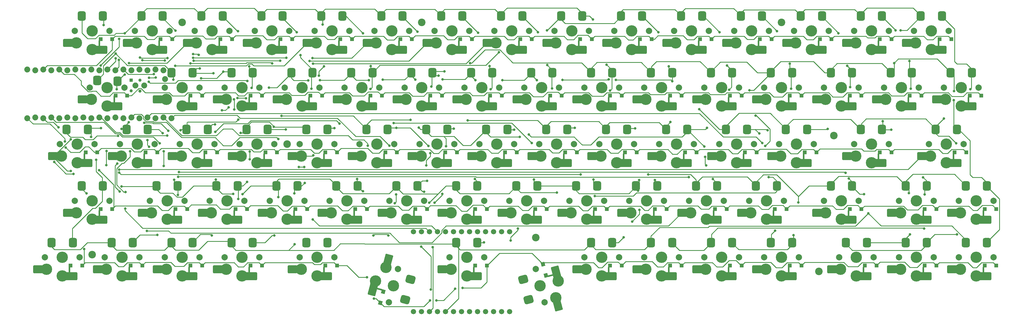
<source format=gbl>
G04 #@! TF.GenerationSoftware,KiCad,Pcbnew,(6.0.2-0)*
G04 #@! TF.CreationDate,2022-07-19T14:21:48+02:00*
G04 #@! TF.ProjectId,choc-keyboard,63686f63-2d6b-4657-9962-6f6172642e6b,rev?*
G04 #@! TF.SameCoordinates,Original*
G04 #@! TF.FileFunction,Copper,L2,Bot*
G04 #@! TF.FilePolarity,Positive*
%FSLAX46Y46*%
G04 Gerber Fmt 4.6, Leading zero omitted, Abs format (unit mm)*
G04 Created by KiCad (PCBNEW (6.0.2-0)) date 2022-07-19 14:21:48*
%MOMM*%
%LPD*%
G01*
G04 APERTURE LIST*
G04 Aperture macros list*
%AMRoundRect*
0 Rectangle with rounded corners*
0 $1 Rounding radius*
0 $2 $3 $4 $5 $6 $7 $8 $9 X,Y pos of 4 corners*
0 Add a 4 corners polygon primitive as box body*
4,1,4,$2,$3,$4,$5,$6,$7,$8,$9,$2,$3,0*
0 Add four circle primitives for the rounded corners*
1,1,$1+$1,$2,$3*
1,1,$1+$1,$4,$5*
1,1,$1+$1,$6,$7*
1,1,$1+$1,$8,$9*
0 Add four rect primitives between the rounded corners*
20,1,$1+$1,$2,$3,$4,$5,0*
20,1,$1+$1,$4,$5,$6,$7,0*
20,1,$1+$1,$6,$7,$8,$9,0*
20,1,$1+$1,$8,$9,$2,$3,0*%
%AMRotRect*
0 Rectangle, with rotation*
0 The origin of the aperture is its center*
0 $1 length*
0 $2 width*
0 $3 Rotation angle, in degrees counterclockwise*
0 Add horizontal line*
21,1,$1,$2,0,0,$3*%
G04 Aperture macros list end*
G04 #@! TA.AperFunction,ComponentPad*
%ADD10C,2.400000*%
G04 #@! TD*
G04 #@! TA.AperFunction,WasherPad*
%ADD11C,2.000000*%
G04 #@! TD*
G04 #@! TA.AperFunction,ComponentPad*
%ADD12C,3.600000*%
G04 #@! TD*
G04 #@! TA.AperFunction,SMDPad,CuDef*
%ADD13RoundRect,0.250000X1.675000X1.000000X-1.675000X1.000000X-1.675000X-1.000000X1.675000X-1.000000X0*%
G04 #@! TD*
G04 #@! TA.AperFunction,WasherPad*
%ADD14C,3.600000*%
G04 #@! TD*
G04 #@! TA.AperFunction,SMDPad,CuDef*
%ADD15R,1.300000X1.200000*%
G04 #@! TD*
G04 #@! TA.AperFunction,SMDPad,CuDef*
%ADD16RoundRect,0.050000X0.200000X1.200000X-0.200000X1.200000X-0.200000X-1.200000X0.200000X-1.200000X0*%
G04 #@! TD*
G04 #@! TA.AperFunction,SMDPad,CuDef*
%ADD17RoundRect,0.250000X1.250000X1.000000X-1.250000X1.000000X-1.250000X-1.000000X1.250000X-1.000000X0*%
G04 #@! TD*
G04 #@! TA.AperFunction,SMDPad,CuDef*
%ADD18RoundRect,0.650000X-0.650000X-0.850000X0.650000X-0.850000X0.650000X0.850000X-0.650000X0.850000X0*%
G04 #@! TD*
G04 #@! TA.AperFunction,SMDPad,CuDef*
%ADD19RoundRect,0.250000X0.532404X-1.876745X1.399448X1.359107X-0.532404X1.876745X-1.399448X-1.359107X0*%
G04 #@! TD*
G04 #@! TA.AperFunction,SMDPad,CuDef*
%ADD20RoundRect,0.050000X1.107347X-0.503768X1.210875X-0.117398X-1.107347X0.503768X-1.210875X0.117398X0*%
G04 #@! TD*
G04 #@! TA.AperFunction,SMDPad,CuDef*
%ADD21RotRect,1.300000X1.200000X75.000000*%
G04 #@! TD*
G04 #@! TA.AperFunction,SMDPad,CuDef*
%ADD22RoundRect,0.250000X0.642402X-1.466226X1.289450X0.948588X-0.642402X1.466226X-1.289450X-0.948588X0*%
G04 #@! TD*
G04 #@! TA.AperFunction,SMDPad,CuDef*
%ADD23RoundRect,0.650000X-0.652805X0.847848X-0.989269X-0.407856X0.652805X-0.847848X0.989269X0.407856X0*%
G04 #@! TD*
G04 #@! TA.AperFunction,ComponentPad*
%ADD24C,1.879600*%
G04 #@! TD*
G04 #@! TA.AperFunction,SMDPad,CuDef*
%ADD25R,1.000000X1.000000*%
G04 #@! TD*
G04 #@! TA.AperFunction,SMDPad,CuDef*
%ADD26C,1.000000*%
G04 #@! TD*
G04 #@! TA.AperFunction,SMDPad,CuDef*
%ADD27RotRect,1.300000X1.200000X285.000000*%
G04 #@! TD*
G04 #@! TA.AperFunction,SMDPad,CuDef*
%ADD28RoundRect,0.250000X-1.399448X1.359107X-0.532404X-1.876745X1.399448X-1.359107X0.532404X1.876745X0*%
G04 #@! TD*
G04 #@! TA.AperFunction,SMDPad,CuDef*
%ADD29RoundRect,0.050000X-1.210875X-0.117398X-1.107347X-0.503768X1.210875X0.117398X1.107347X0.503768X0*%
G04 #@! TD*
G04 #@! TA.AperFunction,SMDPad,CuDef*
%ADD30RoundRect,0.250000X-1.289450X0.948588X-0.642402X-1.466226X1.289450X-0.948588X0.642402X1.466226X0*%
G04 #@! TD*
G04 #@! TA.AperFunction,SMDPad,CuDef*
%ADD31RoundRect,0.650000X0.989269X-0.407856X0.652805X0.847848X-0.989269X0.407856X-0.652805X-0.847848X0*%
G04 #@! TD*
G04 #@! TA.AperFunction,ComponentPad*
%ADD32C,1.676400*%
G04 #@! TD*
G04 #@! TA.AperFunction,ViaPad*
%ADD33C,0.800000*%
G04 #@! TD*
G04 #@! TA.AperFunction,Conductor*
%ADD34C,0.250000*%
G04 #@! TD*
G04 APERTURE END LIST*
D10*
X61750000Y-54000000D03*
X0Y-89100000D03*
X140600000Y-83700000D03*
X230375000Y-94500000D03*
X235125000Y-51300000D03*
X218500000Y-15299999D03*
X104500000Y-15299999D03*
X28500000Y-15299999D03*
D11*
X89500000Y-18000000D03*
D12*
X95000000Y-23900000D03*
D13*
X97850000Y-24000000D03*
D11*
X100500000Y-18000000D03*
D14*
X95000000Y-18000000D03*
D15*
X97660000Y-20610000D03*
D16*
X97250000Y-22250000D03*
D17*
X87250000Y-21800000D03*
D12*
X90000000Y-21800000D03*
D15*
X101360000Y-20610000D03*
D18*
X98350000Y-13300000D03*
X91640000Y-13300000D03*
D13*
X2850000Y-24000000D03*
D11*
X-5500000Y-18000000D03*
D15*
X2660000Y-20610000D03*
D12*
X0Y-23900000D03*
D11*
X5500000Y-18000000D03*
D14*
X0Y-18000000D03*
D16*
X2250000Y-22250000D03*
D12*
X-5000000Y-21800000D03*
D17*
X-7750000Y-21800000D03*
D15*
X6360000Y-20610000D03*
D18*
X3350000Y-13300000D03*
X-3360000Y-13300000D03*
D16*
X68750000Y-40250000D03*
D14*
X66500000Y-36000000D03*
D13*
X69350000Y-42000000D03*
D15*
X69160000Y-38610000D03*
D11*
X72000000Y-36000000D03*
D12*
X66500000Y-41900000D03*
D11*
X61000000Y-36000000D03*
D12*
X61500000Y-39800000D03*
D17*
X58750000Y-39800000D03*
D15*
X72860000Y-38610000D03*
D18*
X69850000Y-31300000D03*
X63140000Y-31300000D03*
D13*
X83600000Y-78000000D03*
D14*
X80750000Y-72000000D03*
D16*
X83000000Y-76250000D03*
D11*
X75250000Y-72000000D03*
D15*
X83410000Y-74610000D03*
D11*
X86250000Y-72000000D03*
D12*
X80750000Y-77900000D03*
D17*
X73000000Y-75800000D03*
D12*
X75750000Y-75800000D03*
D15*
X87110000Y-74610000D03*
D18*
X84100000Y-67300000D03*
X77390000Y-67300000D03*
D19*
X88966811Y-100199974D03*
D11*
X94076495Y-104312592D03*
D12*
X89801038Y-97472968D03*
D14*
X95500000Y-99000000D03*
D20*
X90812472Y-100073352D03*
D21*
X92290475Y-100893845D03*
D11*
X96923505Y-93687408D03*
D12*
X93123577Y-93186858D03*
D22*
X93835329Y-90530562D03*
D21*
X91332844Y-104467771D03*
D23*
X99172808Y-103452301D03*
X100909483Y-96970939D03*
D11*
X124250000Y-90000000D03*
D14*
X118750000Y-90000000D03*
D12*
X118750000Y-95900000D03*
D11*
X113250000Y-90000000D03*
D13*
X121600000Y-96000000D03*
D15*
X121410000Y-92610000D03*
D16*
X121000000Y-94250000D03*
D12*
X113750000Y-93800000D03*
D17*
X111000000Y-93800000D03*
D15*
X125110000Y-92610000D03*
D18*
X122100000Y-85300000D03*
X115390000Y-85300000D03*
D12*
X71250000Y-95900000D03*
D13*
X74100000Y-96000000D03*
D15*
X73910000Y-92610000D03*
D14*
X71250000Y-90000000D03*
D16*
X73500000Y-94250000D03*
D11*
X76750000Y-90000000D03*
X65750000Y-90000000D03*
D12*
X66250000Y-93800000D03*
D17*
X63500000Y-93800000D03*
D15*
X77610000Y-92610000D03*
D18*
X74600000Y-85300000D03*
X67890000Y-85300000D03*
D15*
X145160000Y-38610000D03*
D13*
X145350000Y-42000000D03*
D16*
X144750000Y-40250000D03*
D11*
X148000000Y-36000000D03*
D14*
X142500000Y-36000000D03*
D11*
X137000000Y-36000000D03*
D12*
X142500000Y-41900000D03*
D17*
X134750000Y-39800000D03*
D12*
X137500000Y-39800000D03*
D15*
X148860000Y-38610000D03*
D18*
X145850000Y-31300000D03*
X139140000Y-31300000D03*
D11*
X260500000Y-18000000D03*
D14*
X266000000Y-18000000D03*
D16*
X268250000Y-22250000D03*
D15*
X268660000Y-20610000D03*
D11*
X271500000Y-18000000D03*
D13*
X268850000Y-24000000D03*
D12*
X266000000Y-23900000D03*
X261000000Y-21800000D03*
D17*
X258250000Y-21800000D03*
D15*
X272360000Y-20610000D03*
D18*
X269350000Y-13300000D03*
X262640000Y-13300000D03*
D15*
X121410000Y-74610000D03*
D13*
X121600000Y-78000000D03*
D11*
X124250000Y-72000000D03*
D14*
X118750000Y-72000000D03*
D12*
X118750000Y-77900000D03*
D11*
X113250000Y-72000000D03*
D16*
X121000000Y-76250000D03*
D17*
X111000000Y-75800000D03*
D12*
X113750000Y-75800000D03*
D15*
X125110000Y-74610000D03*
D18*
X122100000Y-67300000D03*
X115390000Y-67300000D03*
D11*
X18250000Y-72000000D03*
D15*
X26410000Y-74610000D03*
D13*
X26600000Y-78000000D03*
D12*
X23750000Y-77900000D03*
D16*
X26000000Y-76250000D03*
D11*
X29250000Y-72000000D03*
D14*
X23750000Y-72000000D03*
D12*
X18750000Y-75800000D03*
D17*
X16000000Y-75800000D03*
D15*
X30110000Y-74610000D03*
D18*
X27100000Y-67300000D03*
X20390000Y-67300000D03*
D12*
X228000000Y-23900000D03*
D13*
X230850000Y-24000000D03*
D11*
X222500000Y-18000000D03*
D14*
X228000000Y-18000000D03*
D11*
X233500000Y-18000000D03*
D15*
X230660000Y-20610000D03*
D16*
X230250000Y-22250000D03*
D17*
X220250000Y-21800000D03*
D12*
X223000000Y-21800000D03*
D15*
X234360000Y-20610000D03*
D18*
X231350000Y-13300000D03*
X224640000Y-13300000D03*
D16*
X220750000Y-40250000D03*
D11*
X213000000Y-36000000D03*
D12*
X218500000Y-41900000D03*
D14*
X218500000Y-36000000D03*
D11*
X224000000Y-36000000D03*
D13*
X221350000Y-42000000D03*
D15*
X221160000Y-38610000D03*
D12*
X213500000Y-39800000D03*
D17*
X210750000Y-39800000D03*
D15*
X224860000Y-38610000D03*
D18*
X221850000Y-31300000D03*
X215140000Y-31300000D03*
D12*
X180500000Y-41900000D03*
D16*
X182750000Y-40250000D03*
D11*
X186000000Y-36000000D03*
D13*
X183350000Y-42000000D03*
D14*
X180500000Y-36000000D03*
D15*
X183160000Y-38610000D03*
D11*
X175000000Y-36000000D03*
D12*
X175500000Y-39800000D03*
D17*
X172750000Y-39800000D03*
D15*
X186860000Y-38610000D03*
D18*
X183850000Y-31300000D03*
X177140000Y-31300000D03*
D16*
X201750000Y-40250000D03*
D13*
X202350000Y-42000000D03*
D15*
X202160000Y-38610000D03*
D12*
X199500000Y-41900000D03*
D14*
X199500000Y-36000000D03*
D11*
X205000000Y-36000000D03*
X194000000Y-36000000D03*
D17*
X191750000Y-39800000D03*
D12*
X194500000Y-39800000D03*
D15*
X205860000Y-38610000D03*
D18*
X202850000Y-31300000D03*
X196140000Y-31300000D03*
D11*
X247750000Y-90000000D03*
D14*
X242250000Y-90000000D03*
D13*
X245100000Y-96000000D03*
D12*
X242250000Y-95900000D03*
D16*
X244500000Y-94250000D03*
D11*
X236750000Y-90000000D03*
D15*
X244910000Y-92610000D03*
D17*
X234500000Y-93800000D03*
D12*
X237250000Y-93800000D03*
D15*
X248610000Y-92610000D03*
D18*
X245600000Y-85300000D03*
X238890000Y-85300000D03*
D14*
X90250000Y-54000000D03*
D16*
X92500000Y-58250000D03*
D11*
X84750000Y-54000000D03*
D12*
X90250000Y-59900000D03*
D15*
X92910000Y-56610000D03*
D13*
X93100000Y-60000000D03*
D11*
X95750000Y-54000000D03*
D12*
X85250000Y-57800000D03*
D17*
X82500000Y-57800000D03*
D15*
X96610000Y-56610000D03*
D18*
X93600000Y-49300000D03*
X86890000Y-49300000D03*
D12*
X0Y-77900000D03*
D13*
X2850000Y-78000000D03*
D16*
X2250000Y-76250000D03*
D11*
X-5500000Y-72000000D03*
D15*
X2660000Y-74610000D03*
D14*
X0Y-72000000D03*
D11*
X5500000Y-72000000D03*
D12*
X-5000000Y-75800000D03*
D17*
X-7750000Y-75800000D03*
D15*
X6360000Y-74610000D03*
D18*
X3350000Y-67300000D03*
X-3360000Y-67300000D03*
D11*
X34000000Y-36000000D03*
D13*
X31350000Y-42000000D03*
D11*
X23000000Y-36000000D03*
D16*
X30750000Y-40250000D03*
D15*
X31160000Y-38610000D03*
D14*
X28500000Y-36000000D03*
D12*
X28500000Y-41900000D03*
D17*
X20750000Y-39800000D03*
D12*
X23500000Y-39800000D03*
D15*
X34860000Y-38610000D03*
D18*
X31850000Y-31300000D03*
X25140000Y-31300000D03*
D16*
X11750000Y-94250000D03*
D11*
X15000000Y-90000000D03*
D15*
X12160000Y-92610000D03*
D12*
X9500000Y-95900000D03*
D14*
X9500000Y-90000000D03*
D11*
X4000000Y-90000000D03*
D13*
X12350000Y-96000000D03*
D17*
X1750000Y-93800000D03*
D12*
X4500000Y-93800000D03*
D15*
X15860000Y-92610000D03*
D18*
X12850000Y-85300000D03*
X6140000Y-85300000D03*
D12*
X14250000Y-59900000D03*
D15*
X16910000Y-56610000D03*
D11*
X8750000Y-54000000D03*
D13*
X17100000Y-60000000D03*
D16*
X16500000Y-58250000D03*
D11*
X19750000Y-54000000D03*
D14*
X14250000Y-54000000D03*
D12*
X9250000Y-57800000D03*
D17*
X6500000Y-57800000D03*
D15*
X20610000Y-56610000D03*
D18*
X17600000Y-49300000D03*
X10890000Y-49300000D03*
D16*
X258750000Y-40250000D03*
D14*
X256500000Y-36000000D03*
D11*
X251000000Y-36000000D03*
X262000000Y-36000000D03*
D15*
X259160000Y-38610000D03*
D12*
X256500000Y-41900000D03*
D13*
X259350000Y-42000000D03*
D12*
X251500000Y-39800000D03*
D17*
X248750000Y-39800000D03*
D15*
X262860000Y-38610000D03*
D18*
X259850000Y-31300000D03*
X253140000Y-31300000D03*
D16*
X49750000Y-94250000D03*
D12*
X47500000Y-95900000D03*
D14*
X47500000Y-90000000D03*
D11*
X53000000Y-90000000D03*
D15*
X50160000Y-92610000D03*
D11*
X42000000Y-90000000D03*
D13*
X50350000Y-96000000D03*
D12*
X42500000Y-93800000D03*
D17*
X39750000Y-93800000D03*
D15*
X53860000Y-92610000D03*
D18*
X50850000Y-85300000D03*
X44140000Y-85300000D03*
D13*
X55100000Y-60000000D03*
D15*
X54910000Y-56610000D03*
D11*
X57750000Y-54000000D03*
X46750000Y-54000000D03*
D16*
X54500000Y-58250000D03*
D14*
X52250000Y-54000000D03*
D12*
X52250000Y-59900000D03*
X47250000Y-57800000D03*
D17*
X44500000Y-57800000D03*
D15*
X58610000Y-56610000D03*
D18*
X55600000Y-49300000D03*
X48890000Y-49300000D03*
D14*
X47500000Y-36000000D03*
D11*
X53000000Y-36000000D03*
D16*
X49750000Y-40250000D03*
D13*
X50350000Y-42000000D03*
D11*
X42000000Y-36000000D03*
D15*
X50160000Y-38610000D03*
D12*
X47500000Y-41900000D03*
D17*
X39750000Y-39800000D03*
D12*
X42500000Y-39800000D03*
D15*
X53860000Y-38610000D03*
D18*
X50850000Y-31300000D03*
X44140000Y-31300000D03*
D11*
X252500000Y-54000000D03*
D13*
X249850000Y-60000000D03*
D12*
X247000000Y-59900000D03*
D14*
X247000000Y-54000000D03*
D15*
X249660000Y-56610000D03*
D11*
X241500000Y-54000000D03*
D16*
X249250000Y-58250000D03*
D17*
X239250000Y-57800000D03*
D12*
X242000000Y-57800000D03*
D15*
X253360000Y-56610000D03*
D18*
X250350000Y-49300000D03*
X243640000Y-49300000D03*
D11*
X108500000Y-18000000D03*
D13*
X116850000Y-24000000D03*
D11*
X119500000Y-18000000D03*
D14*
X114000000Y-18000000D03*
D12*
X114000000Y-23900000D03*
D16*
X116250000Y-22250000D03*
D15*
X116660000Y-20610000D03*
D12*
X109000000Y-21800000D03*
D17*
X106250000Y-21800000D03*
D15*
X120360000Y-20610000D03*
D18*
X117350000Y-13300000D03*
X110640000Y-13300000D03*
D13*
X-1900000Y-60000000D03*
D15*
X-2090000Y-56610000D03*
D14*
X-4750000Y-54000000D03*
D11*
X-10250000Y-54000000D03*
X750000Y-54000000D03*
D12*
X-4750000Y-59900000D03*
D16*
X-2500000Y-58250000D03*
D17*
X-12500000Y-57800000D03*
D12*
X-9750000Y-57800000D03*
D15*
X1610000Y-56610000D03*
D18*
X-1400000Y-49300000D03*
X-8110000Y-49300000D03*
D14*
X161500000Y-90000000D03*
D11*
X167000000Y-90000000D03*
D16*
X163750000Y-94250000D03*
D13*
X164350000Y-96000000D03*
D12*
X161500000Y-95900000D03*
D11*
X156000000Y-90000000D03*
D15*
X164160000Y-92610000D03*
D12*
X156500000Y-93800000D03*
D17*
X153750000Y-93800000D03*
D15*
X167860000Y-92610000D03*
D18*
X164850000Y-85300000D03*
X158140000Y-85300000D03*
D16*
X216000000Y-76250000D03*
D14*
X213750000Y-72000000D03*
D13*
X216600000Y-78000000D03*
D11*
X208250000Y-72000000D03*
X219250000Y-72000000D03*
D15*
X216410000Y-74610000D03*
D12*
X213750000Y-77900000D03*
X208750000Y-75800000D03*
D17*
X206000000Y-75800000D03*
D15*
X220110000Y-74610000D03*
D18*
X217100000Y-67300000D03*
X210390000Y-67300000D03*
D11*
X265250000Y-54000000D03*
D15*
X273410000Y-56610000D03*
D12*
X270750000Y-59900000D03*
D13*
X273600000Y-60000000D03*
D16*
X273000000Y-58250000D03*
D11*
X276250000Y-54000000D03*
D14*
X270750000Y-54000000D03*
D12*
X265750000Y-57800000D03*
D17*
X263000000Y-57800000D03*
D15*
X277110000Y-56610000D03*
D18*
X274100000Y-49300000D03*
X267390000Y-49300000D03*
D12*
X194750000Y-77900000D03*
D11*
X200250000Y-72000000D03*
D16*
X197000000Y-76250000D03*
D11*
X189250000Y-72000000D03*
D14*
X194750000Y-72000000D03*
D15*
X197410000Y-74610000D03*
D13*
X197600000Y-78000000D03*
D17*
X187000000Y-75800000D03*
D12*
X189750000Y-75800000D03*
D15*
X201110000Y-74610000D03*
D18*
X198100000Y-67300000D03*
X191390000Y-67300000D03*
D15*
X140410000Y-74610000D03*
D11*
X143250000Y-72000000D03*
D13*
X140600000Y-78000000D03*
D12*
X137750000Y-77900000D03*
D11*
X132250000Y-72000000D03*
D14*
X137750000Y-72000000D03*
D16*
X140000000Y-76250000D03*
D12*
X132750000Y-75800000D03*
D17*
X130000000Y-75800000D03*
D15*
X144110000Y-74610000D03*
D18*
X141100000Y-67300000D03*
X134390000Y-67300000D03*
D24*
X13700000Y-35400000D03*
X-20560000Y-45747000D03*
X-18020000Y-45493000D03*
X-15480000Y-45747000D03*
X-12940000Y-45493000D03*
X-10400000Y-45747000D03*
X-7860000Y-45493000D03*
X-5320000Y-45747000D03*
X-2780000Y-45493000D03*
X-240000Y-45747000D03*
X2300000Y-45493000D03*
X4840000Y-45747000D03*
X7380000Y-45493000D03*
X9920000Y-45747000D03*
X12460000Y-45493000D03*
X15000000Y-45747000D03*
X17540000Y-45493000D03*
X20080000Y-45747000D03*
X22620000Y-45493000D03*
X25160000Y-45747000D03*
X23100000Y-33300000D03*
X22620000Y-30507000D03*
X20080000Y-30253000D03*
X17540000Y-30507000D03*
X15000000Y-30253000D03*
X12460000Y-30507000D03*
X9920000Y-30253000D03*
X7380000Y-30507000D03*
X4840000Y-30253000D03*
X2300000Y-30507000D03*
X-240000Y-30253000D03*
X-2780000Y-30507000D03*
X-5320000Y-30253000D03*
X-7860000Y-30507000D03*
X-10400000Y-30253000D03*
X-12940000Y-30507000D03*
X-15480000Y-30253000D03*
X-18020000Y-30507000D03*
X-20560000Y-30253000D03*
X16500000Y-35400000D03*
D25*
X12350000Y-33630000D03*
D26*
X15100000Y-33700000D03*
X12370000Y-37040000D03*
X15100000Y-37100000D03*
D27*
X143832608Y-95755120D03*
D28*
X147057921Y-94694197D03*
D12*
X147698962Y-97472968D03*
D29*
X145522842Y-95726686D03*
D14*
X142000000Y-99000000D03*
D11*
X143423505Y-104312592D03*
X140576495Y-93687408D03*
D30*
X147676366Y-105502413D03*
D12*
X146964613Y-102846117D03*
D27*
X142874977Y-92181194D03*
D31*
X136593105Y-96980598D03*
X138329781Y-103461960D03*
D12*
X261250000Y-77900000D03*
D13*
X264100000Y-78000000D03*
D14*
X261250000Y-72000000D03*
D11*
X266750000Y-72000000D03*
D16*
X263500000Y-76250000D03*
D11*
X255750000Y-72000000D03*
D15*
X263910000Y-74610000D03*
D12*
X256250000Y-75800000D03*
D17*
X253500000Y-75800000D03*
D15*
X267610000Y-74610000D03*
D18*
X264600000Y-67300000D03*
X257890000Y-67300000D03*
D11*
X186000000Y-90000000D03*
X175000000Y-90000000D03*
D13*
X183350000Y-96000000D03*
D14*
X180500000Y-90000000D03*
D15*
X183160000Y-92610000D03*
D12*
X180500000Y-95900000D03*
D16*
X182750000Y-94250000D03*
D12*
X175500000Y-93800000D03*
D17*
X172750000Y-93800000D03*
D15*
X186860000Y-92610000D03*
D18*
X183850000Y-85300000D03*
X177140000Y-85300000D03*
D16*
X206500000Y-58250000D03*
D12*
X204250000Y-59900000D03*
D13*
X207100000Y-60000000D03*
D14*
X204250000Y-54000000D03*
D11*
X198750000Y-54000000D03*
X209750000Y-54000000D03*
D15*
X206910000Y-56610000D03*
D12*
X199250000Y-57800000D03*
D17*
X196500000Y-57800000D03*
D15*
X210610000Y-56610000D03*
D18*
X207600000Y-49300000D03*
X200890000Y-49300000D03*
D14*
X223250000Y-54000000D03*
D13*
X226100000Y-60000000D03*
D11*
X217750000Y-54000000D03*
D15*
X225910000Y-56610000D03*
D11*
X228750000Y-54000000D03*
D12*
X223250000Y-59900000D03*
D16*
X225500000Y-58250000D03*
D12*
X218250000Y-57800000D03*
D17*
X215500000Y-57800000D03*
D15*
X229610000Y-56610000D03*
D18*
X226600000Y-49300000D03*
X219890000Y-49300000D03*
D12*
X57000000Y-23900000D03*
D13*
X59850000Y-24000000D03*
D11*
X62500000Y-18000000D03*
X51500000Y-18000000D03*
D16*
X59250000Y-22250000D03*
D14*
X57000000Y-18000000D03*
D15*
X59660000Y-20610000D03*
D12*
X52000000Y-21800000D03*
D17*
X49250000Y-21800000D03*
D15*
X63360000Y-20610000D03*
D18*
X60350000Y-13300000D03*
X53640000Y-13300000D03*
D11*
X129000000Y-36000000D03*
D16*
X125750000Y-40250000D03*
D11*
X118000000Y-36000000D03*
D13*
X126350000Y-42000000D03*
D15*
X126160000Y-38610000D03*
D12*
X123500000Y-41900000D03*
D14*
X123500000Y-36000000D03*
D12*
X118500000Y-39800000D03*
D17*
X115750000Y-39800000D03*
D15*
X129860000Y-38610000D03*
D18*
X126850000Y-31300000D03*
X120140000Y-31300000D03*
D13*
X36100000Y-60000000D03*
D14*
X33250000Y-54000000D03*
D16*
X35500000Y-58250000D03*
D15*
X35910000Y-56610000D03*
D11*
X27750000Y-54000000D03*
D12*
X33250000Y-59900000D03*
D11*
X38750000Y-54000000D03*
D12*
X28250000Y-57800000D03*
D17*
X25500000Y-57800000D03*
D15*
X39610000Y-56610000D03*
D18*
X36600000Y-49300000D03*
X29890000Y-49300000D03*
D15*
X102410000Y-74610000D03*
D14*
X99750000Y-72000000D03*
D13*
X102600000Y-78000000D03*
D11*
X105250000Y-72000000D03*
X94250000Y-72000000D03*
D12*
X99750000Y-77900000D03*
D16*
X102000000Y-76250000D03*
D12*
X94750000Y-75800000D03*
D17*
X92000000Y-75800000D03*
D15*
X106110000Y-74610000D03*
D18*
X103100000Y-67300000D03*
X96390000Y-67300000D03*
D11*
X133750000Y-54000000D03*
D14*
X128250000Y-54000000D03*
D15*
X130910000Y-56610000D03*
D13*
X131100000Y-60000000D03*
D12*
X128250000Y-59900000D03*
D16*
X130500000Y-58250000D03*
D11*
X122750000Y-54000000D03*
D12*
X123250000Y-57800000D03*
D17*
X120500000Y-57800000D03*
D15*
X134610000Y-56610000D03*
D18*
X131600000Y-49300000D03*
X124890000Y-49300000D03*
D14*
X19000000Y-18000000D03*
D11*
X13500000Y-18000000D03*
D13*
X21850000Y-24000000D03*
D11*
X24500000Y-18000000D03*
D15*
X21660000Y-20610000D03*
D16*
X21250000Y-22250000D03*
D12*
X19000000Y-23900000D03*
D17*
X11250000Y-21800000D03*
D12*
X14000000Y-21800000D03*
D15*
X25360000Y-20610000D03*
D18*
X22350000Y-13300000D03*
X15640000Y-13300000D03*
D13*
X169100000Y-60000000D03*
D12*
X166250000Y-59900000D03*
D11*
X171750000Y-54000000D03*
D14*
X166250000Y-54000000D03*
D11*
X160750000Y-54000000D03*
D15*
X168910000Y-56610000D03*
D16*
X168500000Y-58250000D03*
D12*
X161250000Y-57800000D03*
D17*
X158500000Y-57800000D03*
D15*
X172610000Y-56610000D03*
D18*
X169600000Y-49300000D03*
X162890000Y-49300000D03*
D15*
X149910000Y-56610000D03*
D12*
X147250000Y-59900000D03*
D11*
X141750000Y-54000000D03*
D13*
X150100000Y-60000000D03*
D16*
X149500000Y-58250000D03*
D14*
X147250000Y-54000000D03*
D11*
X152750000Y-54000000D03*
D17*
X139500000Y-57800000D03*
D12*
X142250000Y-57800000D03*
D15*
X153610000Y-56610000D03*
D18*
X150600000Y-49300000D03*
X143890000Y-49300000D03*
D15*
X31160000Y-92610000D03*
D12*
X28500000Y-95900000D03*
D14*
X28500000Y-90000000D03*
D16*
X30750000Y-94250000D03*
D11*
X23000000Y-90000000D03*
X34000000Y-90000000D03*
D13*
X31350000Y-96000000D03*
D12*
X23500000Y-93800000D03*
D17*
X20750000Y-93800000D03*
D15*
X34860000Y-92610000D03*
D18*
X31850000Y-85300000D03*
X25140000Y-85300000D03*
D13*
X202350000Y-96000000D03*
D14*
X199500000Y-90000000D03*
D11*
X205000000Y-90000000D03*
D15*
X202160000Y-92610000D03*
D12*
X199500000Y-95900000D03*
D16*
X201750000Y-94250000D03*
D11*
X194000000Y-90000000D03*
D12*
X194500000Y-93800000D03*
D17*
X191750000Y-93800000D03*
D15*
X205860000Y-92610000D03*
D18*
X202850000Y-85300000D03*
X196140000Y-85300000D03*
D12*
X76000000Y-23900000D03*
D11*
X70500000Y-18000000D03*
X81500000Y-18000000D03*
D15*
X78660000Y-20610000D03*
D13*
X78850000Y-24000000D03*
D16*
X78250000Y-22250000D03*
D14*
X76000000Y-18000000D03*
D17*
X68250000Y-21800000D03*
D12*
X71000000Y-21800000D03*
D15*
X82360000Y-20610000D03*
D18*
X79350000Y-13300000D03*
X72640000Y-13300000D03*
D14*
X209000000Y-18000000D03*
D11*
X203500000Y-18000000D03*
D15*
X211660000Y-20610000D03*
D16*
X211250000Y-22250000D03*
D12*
X209000000Y-23900000D03*
D11*
X214500000Y-18000000D03*
D13*
X211850000Y-24000000D03*
D17*
X201250000Y-21800000D03*
D12*
X204000000Y-21800000D03*
D15*
X215360000Y-20610000D03*
D18*
X212350000Y-13300000D03*
X205640000Y-13300000D03*
D13*
X7600000Y-42000000D03*
D16*
X7000000Y-39870000D03*
D12*
X4750000Y-41900000D03*
D11*
X-750000Y-36000000D03*
X10250000Y-36000000D03*
D15*
X7410000Y-38610000D03*
D14*
X4750000Y-36000000D03*
D12*
X-250000Y-39800000D03*
D17*
X-3100000Y-39800000D03*
D15*
X11110000Y-38610000D03*
D18*
X8060000Y-34010000D03*
X1560000Y-33750000D03*
D15*
X45410000Y-74610000D03*
D14*
X42750000Y-72000000D03*
D11*
X48250000Y-72000000D03*
D13*
X45600000Y-78000000D03*
D16*
X45000000Y-76250000D03*
D12*
X42750000Y-77900000D03*
D11*
X37250000Y-72000000D03*
D17*
X35000000Y-75800000D03*
D12*
X37750000Y-75800000D03*
D15*
X49110000Y-74610000D03*
D18*
X46100000Y-67300000D03*
X39390000Y-67300000D03*
D14*
X85500000Y-36000000D03*
D15*
X88160000Y-38610000D03*
D11*
X80000000Y-36000000D03*
D13*
X88350000Y-42000000D03*
D12*
X85500000Y-41900000D03*
D11*
X91000000Y-36000000D03*
D16*
X87750000Y-40250000D03*
D12*
X80500000Y-39800000D03*
D17*
X77750000Y-39800000D03*
D15*
X91860000Y-38610000D03*
D18*
X88850000Y-31300000D03*
X82140000Y-31300000D03*
D15*
X154660000Y-20610000D03*
D11*
X157500000Y-18000000D03*
D16*
X154250000Y-22250000D03*
D14*
X152000000Y-18000000D03*
D12*
X152000000Y-23900000D03*
D11*
X146500000Y-18000000D03*
D13*
X154850000Y-24000000D03*
D17*
X144250000Y-21800000D03*
D12*
X147000000Y-21800000D03*
D15*
X158360000Y-20610000D03*
D18*
X155350000Y-13300000D03*
X148640000Y-13300000D03*
D11*
X184500000Y-18000000D03*
D14*
X190000000Y-18000000D03*
D15*
X192660000Y-20610000D03*
D12*
X190000000Y-23900000D03*
D13*
X192850000Y-24000000D03*
D11*
X195500000Y-18000000D03*
D16*
X192250000Y-22250000D03*
D12*
X185000000Y-21800000D03*
D17*
X182250000Y-21800000D03*
D15*
X196360000Y-20610000D03*
D18*
X193350000Y-13300000D03*
X186640000Y-13300000D03*
D11*
X167000000Y-36000000D03*
D14*
X161500000Y-36000000D03*
D13*
X164350000Y-42000000D03*
D16*
X163750000Y-40250000D03*
D15*
X164160000Y-38610000D03*
D12*
X161500000Y-41900000D03*
D11*
X156000000Y-36000000D03*
D17*
X153750000Y-39800000D03*
D12*
X156500000Y-39800000D03*
D15*
X167860000Y-38610000D03*
D18*
X164850000Y-31300000D03*
X158140000Y-31300000D03*
D14*
X185250000Y-54000000D03*
D16*
X187500000Y-58250000D03*
D11*
X190750000Y-54000000D03*
X179750000Y-54000000D03*
D13*
X188100000Y-60000000D03*
D12*
X185250000Y-59900000D03*
D15*
X187910000Y-56610000D03*
D17*
X177500000Y-57800000D03*
D12*
X180250000Y-57800000D03*
D15*
X191610000Y-56610000D03*
D18*
X188600000Y-49300000D03*
X181890000Y-49300000D03*
D13*
X249850000Y-24000000D03*
D11*
X252500000Y-18000000D03*
D15*
X249660000Y-20610000D03*
D11*
X241500000Y-18000000D03*
D16*
X249250000Y-22250000D03*
D12*
X247000000Y-23900000D03*
D14*
X247000000Y-18000000D03*
D12*
X242000000Y-21800000D03*
D17*
X239250000Y-21800000D03*
D15*
X253360000Y-20610000D03*
D18*
X250350000Y-13300000D03*
X243640000Y-13300000D03*
D16*
X282500000Y-76250000D03*
D11*
X274750000Y-72000000D03*
D13*
X283100000Y-78000000D03*
D12*
X280250000Y-77900000D03*
D11*
X285750000Y-72000000D03*
D14*
X280250000Y-72000000D03*
D15*
X282910000Y-74610000D03*
D12*
X275250000Y-75800000D03*
D17*
X272500000Y-75800000D03*
D15*
X286610000Y-74610000D03*
D18*
X283600000Y-67300000D03*
X276890000Y-67300000D03*
D11*
X213000000Y-90000000D03*
X224000000Y-90000000D03*
D13*
X221350000Y-96000000D03*
D15*
X221160000Y-92610000D03*
D16*
X220750000Y-94250000D03*
D14*
X218500000Y-90000000D03*
D12*
X218500000Y-95900000D03*
X213500000Y-93800000D03*
D17*
X210750000Y-93800000D03*
D15*
X224860000Y-92610000D03*
D18*
X221850000Y-85300000D03*
X215140000Y-85300000D03*
D16*
X239750000Y-76250000D03*
D12*
X237500000Y-77900000D03*
D15*
X240160000Y-74610000D03*
D14*
X237500000Y-72000000D03*
D11*
X243000000Y-72000000D03*
X232000000Y-72000000D03*
D13*
X240350000Y-78000000D03*
D12*
X232500000Y-75800000D03*
D17*
X229750000Y-75800000D03*
D15*
X243860000Y-74610000D03*
D18*
X240850000Y-67300000D03*
X234140000Y-67300000D03*
D14*
X-9500000Y-90000000D03*
D16*
X-7250000Y-94250000D03*
D15*
X-6840000Y-92610000D03*
D11*
X-4000000Y-90000000D03*
D13*
X-6650000Y-96000000D03*
D11*
X-15000000Y-90000000D03*
D12*
X-9500000Y-95900000D03*
D17*
X-17250000Y-93800000D03*
D12*
X-14500000Y-93800000D03*
D15*
X-3140000Y-92610000D03*
D18*
X-6150000Y-85300000D03*
X-12860000Y-85300000D03*
D15*
X282910000Y-92610000D03*
D16*
X282500000Y-94250000D03*
D11*
X274750000Y-90000000D03*
D14*
X280250000Y-90000000D03*
D12*
X280250000Y-95900000D03*
D13*
X283100000Y-96000000D03*
D11*
X285750000Y-90000000D03*
D17*
X272500000Y-93800000D03*
D12*
X275250000Y-93800000D03*
D15*
X286610000Y-92610000D03*
D18*
X283600000Y-85300000D03*
X276890000Y-85300000D03*
D14*
X71250000Y-54000000D03*
D12*
X71250000Y-59900000D03*
D13*
X74100000Y-60000000D03*
D11*
X76750000Y-54000000D03*
D15*
X73910000Y-56610000D03*
D16*
X73500000Y-58250000D03*
D11*
X65750000Y-54000000D03*
D12*
X66250000Y-57800000D03*
D17*
X63500000Y-57800000D03*
D15*
X77610000Y-56610000D03*
D18*
X74600000Y-49300000D03*
X67890000Y-49300000D03*
D14*
X171000000Y-18000000D03*
D12*
X171000000Y-23900000D03*
D13*
X173850000Y-24000000D03*
D11*
X165500000Y-18000000D03*
D16*
X173250000Y-22250000D03*
D11*
X176500000Y-18000000D03*
D15*
X173660000Y-20610000D03*
D12*
X166000000Y-21800000D03*
D17*
X163250000Y-21800000D03*
D15*
X177360000Y-20610000D03*
D18*
X174350000Y-13300000D03*
X167640000Y-13300000D03*
D13*
X107350000Y-42000000D03*
D12*
X104500000Y-41900000D03*
D11*
X99000000Y-36000000D03*
D16*
X106750000Y-40250000D03*
D15*
X107160000Y-38610000D03*
D11*
X110000000Y-36000000D03*
D14*
X104500000Y-36000000D03*
D17*
X96750000Y-39800000D03*
D12*
X99500000Y-39800000D03*
D15*
X110860000Y-38610000D03*
D18*
X107850000Y-31300000D03*
X101140000Y-31300000D03*
D15*
X240160000Y-38610000D03*
D12*
X237500000Y-41900000D03*
D14*
X237500000Y-36000000D03*
D16*
X239750000Y-40250000D03*
D11*
X232000000Y-36000000D03*
D13*
X240350000Y-42000000D03*
D11*
X243000000Y-36000000D03*
D12*
X232500000Y-39800000D03*
D17*
X229750000Y-39800000D03*
D15*
X243860000Y-38610000D03*
D18*
X240850000Y-31300000D03*
X234140000Y-31300000D03*
D15*
X135660000Y-20610000D03*
D11*
X138500000Y-18000000D03*
X127500000Y-18000000D03*
D14*
X133000000Y-18000000D03*
D16*
X135250000Y-22250000D03*
D12*
X133000000Y-23900000D03*
D13*
X135850000Y-24000000D03*
D17*
X125250000Y-21800000D03*
D12*
X128000000Y-21800000D03*
D15*
X139360000Y-20610000D03*
D18*
X136350000Y-13300000D03*
X129640000Y-13300000D03*
D16*
X64000000Y-76250000D03*
D11*
X67250000Y-72000000D03*
D12*
X61750000Y-77900000D03*
D13*
X64600000Y-78000000D03*
D11*
X56250000Y-72000000D03*
D15*
X64410000Y-74610000D03*
D14*
X61750000Y-72000000D03*
D17*
X54000000Y-75800000D03*
D12*
X56750000Y-75800000D03*
D15*
X68110000Y-74610000D03*
D18*
X65100000Y-67300000D03*
X58390000Y-67300000D03*
D11*
X170250000Y-72000000D03*
X181250000Y-72000000D03*
D13*
X178600000Y-78000000D03*
D15*
X178410000Y-74610000D03*
D12*
X175750000Y-77900000D03*
D16*
X178000000Y-76250000D03*
D14*
X175750000Y-72000000D03*
D12*
X170750000Y-75800000D03*
D17*
X168000000Y-75800000D03*
D15*
X182110000Y-74610000D03*
D18*
X179100000Y-67300000D03*
X172390000Y-67300000D03*
D16*
X277750000Y-40250000D03*
D13*
X278350000Y-42000000D03*
D15*
X278160000Y-38610000D03*
D11*
X281000000Y-36000000D03*
D12*
X275500000Y-41900000D03*
D14*
X275500000Y-36000000D03*
D11*
X270000000Y-36000000D03*
D17*
X267750000Y-39800000D03*
D12*
X270500000Y-39800000D03*
D15*
X281860000Y-38610000D03*
D18*
X278850000Y-31300000D03*
X272140000Y-31300000D03*
D15*
X111910000Y-56610000D03*
D14*
X109250000Y-54000000D03*
D11*
X103750000Y-54000000D03*
X114750000Y-54000000D03*
D12*
X109250000Y-59900000D03*
D13*
X112100000Y-60000000D03*
D16*
X111500000Y-58250000D03*
D17*
X101500000Y-57800000D03*
D12*
X104250000Y-57800000D03*
D15*
X115610000Y-56610000D03*
D18*
X112600000Y-49300000D03*
X105890000Y-49300000D03*
D16*
X263500000Y-94250000D03*
D12*
X261250000Y-95900000D03*
D11*
X255750000Y-90000000D03*
D14*
X261250000Y-90000000D03*
D13*
X264100000Y-96000000D03*
D11*
X266750000Y-90000000D03*
D15*
X263910000Y-92610000D03*
D17*
X253500000Y-93800000D03*
D12*
X256250000Y-93800000D03*
D15*
X267610000Y-92610000D03*
D18*
X264600000Y-85300000D03*
X257890000Y-85300000D03*
D12*
X156750000Y-77900000D03*
D16*
X159000000Y-76250000D03*
D13*
X159600000Y-78000000D03*
D15*
X159410000Y-74610000D03*
D11*
X151250000Y-72000000D03*
X162250000Y-72000000D03*
D14*
X156750000Y-72000000D03*
D12*
X151750000Y-75800000D03*
D17*
X149000000Y-75800000D03*
D15*
X163110000Y-74610000D03*
D18*
X160100000Y-67300000D03*
X153390000Y-67300000D03*
D32*
X101810000Y-107270000D03*
X104350000Y-107270000D03*
X106890000Y-107270000D03*
X109430000Y-107270000D03*
X111970000Y-107270000D03*
X114510000Y-107270000D03*
X117050000Y-107270000D03*
X119590000Y-107270000D03*
X122130000Y-107270000D03*
X124670000Y-107270000D03*
X127210000Y-107270000D03*
X129750000Y-107270000D03*
X132290000Y-107270000D03*
X101810000Y-81870000D03*
X104350000Y-81870000D03*
X106890000Y-81870000D03*
X109430000Y-81870000D03*
X111970000Y-81870000D03*
X114510000Y-81870000D03*
X117050000Y-81870000D03*
X119590000Y-81870000D03*
X122130000Y-81870000D03*
X124670000Y-81870000D03*
X127210000Y-81870000D03*
X129750000Y-81870000D03*
X132290000Y-81870000D03*
D14*
X38000000Y-18000000D03*
D12*
X38000000Y-23900000D03*
D11*
X43500000Y-18000000D03*
D15*
X40660000Y-20610000D03*
D13*
X40850000Y-24000000D03*
D11*
X32500000Y-18000000D03*
D16*
X40250000Y-22250000D03*
D17*
X30250000Y-21800000D03*
D12*
X33000000Y-21800000D03*
D15*
X44360000Y-20610000D03*
D18*
X41350000Y-13300000D03*
X34640000Y-13300000D03*
D33*
X-6770000Y-62500000D03*
X-6761855Y-52474500D03*
X172070000Y-48990000D03*
X87660000Y-33640000D03*
X72160000Y-33680000D03*
X163750000Y-33450000D03*
X22650000Y-60930000D03*
X121490000Y-33660000D03*
X96330000Y-69970000D03*
X140910000Y-33710000D03*
X25720000Y-33540000D03*
X111030000Y-33410000D03*
X20600000Y-82880000D03*
X179460000Y-18470000D03*
X48748442Y-39446157D03*
X130030000Y-33660000D03*
X7410000Y-25240000D03*
X55990000Y-36040000D03*
X102390000Y-33460000D03*
X95870000Y-72790000D03*
X22650000Y-56290000D03*
X182770000Y-29270000D03*
X166000000Y-33620000D03*
X46036246Y-39334643D03*
X27180000Y-70140000D03*
X34500000Y-33050000D03*
X183910000Y-33970000D03*
X178400000Y-65450000D03*
X22301155Y-50555500D03*
X68460000Y-33730000D03*
X3590000Y-16150000D03*
X25960000Y-65310000D03*
X41580000Y-30950000D03*
X92120000Y-33520000D03*
X149040000Y-33610000D03*
X1250000Y-58950000D03*
X152930000Y-48830000D03*
X73050000Y-16010000D03*
X163060000Y-28760000D03*
X2700000Y-28974500D03*
X73450000Y-29280000D03*
X158730173Y-14400020D03*
X71887701Y-32212299D03*
X10350000Y-18790000D03*
X7760000Y-36520000D03*
X8510000Y-20570000D03*
X164190000Y-36960989D03*
X-380000Y-51670000D03*
X158910000Y-65270000D03*
X2800000Y-48900000D03*
X10300000Y-31930000D03*
X-8380000Y-55050000D03*
X-8640000Y-53110000D03*
X27990000Y-49580000D03*
X196710000Y-65110000D03*
X201900000Y-36690000D03*
X138410000Y-50950000D03*
X108520000Y-72630000D03*
X33750000Y-25650000D03*
X57590000Y-48490000D03*
X194030000Y-54780000D03*
X37940000Y-83004011D03*
X34110000Y-29930000D03*
X46324500Y-46206578D03*
X112190000Y-54650000D03*
X201230000Y-29010000D03*
X24120000Y-49760000D03*
X49974800Y-56399989D03*
X38450000Y-31505500D03*
X198880000Y-18410000D03*
X100920000Y-46260000D03*
X49080000Y-65990000D03*
X46290000Y-71410000D03*
X32020000Y-25400000D03*
X59980000Y-45022500D03*
X44980000Y-43000000D03*
X26410000Y-17960000D03*
X194300500Y-58040000D03*
X135530000Y-51680000D03*
X49900000Y-58810000D03*
X110950000Y-69860000D03*
X107950000Y-86760000D03*
X9300000Y-49200000D03*
X47040000Y-50400000D03*
X11570000Y-47030000D03*
X103540000Y-48760000D03*
X194872893Y-48831705D03*
X8200000Y-51400000D03*
X194610000Y-60760000D03*
X16460000Y-47220000D03*
X44915945Y-39790514D03*
X2170000Y-62250000D03*
X-5920000Y-63430000D03*
X-12080000Y-59649500D03*
X221550000Y-36400000D03*
X43224500Y-42290000D03*
X221130000Y-28450000D03*
X44660000Y-69830000D03*
X58970000Y-70880000D03*
X214140000Y-49560000D03*
X47610000Y-69930000D03*
X-1840000Y-69650000D03*
X50510000Y-36120000D03*
X46230000Y-18130000D03*
X214430000Y-64530000D03*
X9290000Y-67450000D03*
X106820000Y-72630000D03*
X41130000Y-43260000D03*
X49770000Y-29230000D03*
X147280000Y-69430000D03*
X211470000Y-50610000D03*
X159290000Y-70480000D03*
X38940000Y-47690000D03*
X217100000Y-18100000D03*
X57700000Y-83004011D03*
X39150000Y-65210000D03*
X89280000Y-103130000D03*
X-2520000Y-87310000D03*
X115080000Y-99980000D03*
X109080000Y-103650000D03*
X-10710000Y-48640000D03*
X117450000Y-99750000D03*
X87070000Y-96320000D03*
X107050000Y-103710000D03*
X236570000Y-18730000D03*
X67340000Y-66350000D03*
X64070000Y-69650000D03*
X240270000Y-35890000D03*
X69460000Y-36350000D03*
X64800000Y-18390000D03*
X67210000Y-61300011D03*
X246010000Y-75970000D03*
X65500000Y-61300011D03*
X239830000Y-64950000D03*
X66020000Y-25670000D03*
X61380000Y-49310000D03*
X233170000Y-49160000D03*
X239320000Y-29070000D03*
X244630000Y-69870000D03*
X64160000Y-85860000D03*
X11690000Y-28250000D03*
X17920000Y-34140000D03*
X49140000Y-33930000D03*
X20120000Y-32860000D03*
X26290000Y-29130000D03*
X70080000Y-57540000D03*
X18005401Y-32896278D03*
X76750000Y-48870000D03*
X88210000Y-36500000D03*
X250560000Y-46710000D03*
X263370000Y-64550000D03*
X263720000Y-80840000D03*
X89170000Y-83004011D03*
X263920000Y-70010000D03*
X104270000Y-86600000D03*
X259510000Y-36420000D03*
X259090000Y-27610000D03*
X107328211Y-100205853D03*
X83940000Y-65100000D03*
X253320000Y-49450000D03*
X128950000Y-24750000D03*
X93848077Y-83004011D03*
X144130000Y-17820000D03*
X85820000Y-69000000D03*
X85840000Y-18730000D03*
X88250000Y-29200000D03*
X256240000Y-17820000D03*
X69810000Y-26640000D03*
X23820000Y-26630000D03*
X7470000Y-26749011D03*
X32020000Y-26530000D03*
X15109909Y-26480091D03*
X61560000Y-26590000D03*
X106180000Y-65640000D03*
X213370000Y-54540000D03*
X103130000Y-18280000D03*
X105210000Y-69130000D03*
X216470000Y-81530000D03*
X210300000Y-44900000D03*
X119748921Y-28225500D03*
X106570000Y-54600000D03*
X273100000Y-40000000D03*
X254670000Y-17860000D03*
X96392299Y-48852299D03*
X107172736Y-56867335D03*
X273160000Y-37180000D03*
X107540000Y-35720000D03*
X111620000Y-30880000D03*
X208340000Y-36880000D03*
X109750000Y-32240000D03*
X105910000Y-60770000D03*
X254210000Y-28210000D03*
X15919909Y-27354500D03*
X23010000Y-27430000D03*
X32130000Y-27530000D03*
X59610000Y-27530000D03*
X68930000Y-27580000D03*
X8419997Y-27274595D03*
X122360000Y-18610000D03*
X269950000Y-45900000D03*
X124170000Y-85200000D03*
X273840000Y-53710000D03*
X121280000Y-65070000D03*
X278390000Y-36517409D03*
X119020000Y-46430000D03*
X114587299Y-49047299D03*
X125980000Y-29210000D03*
X183290000Y-46960000D03*
X274149979Y-82670000D03*
X126290000Y-36590000D03*
X192420000Y-42890000D03*
X31130000Y-28300000D03*
X69970000Y-28400000D03*
X19540189Y-31710000D03*
X57030000Y-28350000D03*
X144230000Y-28860000D03*
X141270000Y-18410000D03*
X258920000Y-69590000D03*
X171150000Y-78590000D03*
X133774500Y-49430000D03*
X223860000Y-72490000D03*
X173050000Y-68765500D03*
X176250000Y-63644500D03*
X140030000Y-65270000D03*
X132610000Y-84650000D03*
X134900572Y-80855876D03*
X222350000Y-82930000D03*
X173450000Y-74910000D03*
X259190000Y-82720000D03*
X145740000Y-36310000D03*
X168460000Y-83640000D03*
X173360000Y-65450000D03*
X23810000Y-51280000D03*
X38970000Y-50070000D03*
X95610000Y-47310000D03*
X139350000Y-53640000D03*
X78407568Y-47490229D03*
X4577469Y-56172418D03*
X8525500Y-63079503D03*
X4430000Y-60660000D03*
X154820000Y-63644500D03*
X17320000Y-81550000D03*
X8712299Y-69052299D03*
X7940000Y-60190000D03*
X18047299Y-54797299D03*
X189140000Y-64530000D03*
X17469610Y-52689609D03*
X27200000Y-64369000D03*
X212430000Y-53650000D03*
X21380000Y-53720000D03*
X238810000Y-63140000D03*
X27525500Y-62920000D03*
X8525500Y-62080000D03*
X94175152Y-54485152D03*
X87370000Y-54470000D03*
X10480000Y-74450000D03*
X10540000Y-69190000D03*
X12010000Y-56240000D03*
X69910000Y-77920000D03*
X58980000Y-52350000D03*
D34*
X-6829100Y-52474500D02*
X-6761855Y-52474500D01*
X-12154600Y-57800000D02*
X-6829100Y-52474500D01*
X-7900000Y-62500000D02*
X-12600000Y-57800000D01*
X-6770000Y-62500000D02*
X-7900000Y-62500000D01*
X-12600000Y-57800000D02*
X-12154600Y-57800000D01*
X196360000Y-20610000D02*
X197294511Y-19675489D01*
X139360000Y-20610000D02*
X140294511Y-19675489D01*
X228610000Y-20770000D02*
X229694511Y-19685489D01*
X101360000Y-20610000D02*
X102410000Y-19560000D01*
X120360000Y-20610000D02*
X121294511Y-19675489D01*
X263555489Y-19675489D02*
X264710000Y-20830000D01*
X6360000Y-20610000D02*
X7294511Y-19675489D01*
X140294511Y-19675489D02*
X149555489Y-19675489D01*
X92335489Y-19675489D02*
X93560000Y-20900000D01*
X36020000Y-20580000D02*
X35020000Y-19580000D01*
X17520000Y-20740000D02*
X19630978Y-20740000D01*
X248130978Y-20240000D02*
X248685489Y-19685489D01*
X179320000Y-19550000D02*
X187350000Y-19550000D01*
X266540978Y-20830000D02*
X267685489Y-19685489D01*
X206635489Y-19675489D02*
X207670000Y-20710000D01*
X96864511Y-19685489D02*
X100435489Y-19685489D01*
X121294511Y-19675489D02*
X130605489Y-19675489D01*
X82360000Y-20610000D02*
X83294511Y-19675489D01*
X95650000Y-20900000D02*
X96864511Y-19685489D01*
X229694511Y-19685489D02*
X233435489Y-19685489D01*
X215360000Y-20610000D02*
X216294511Y-19675489D01*
X234360000Y-20610000D02*
X235294511Y-19675489D01*
X152610978Y-20760000D02*
X153990978Y-19380000D01*
X245820000Y-20240000D02*
X248130978Y-20240000D01*
X44360000Y-20610000D02*
X45410000Y-19560000D01*
X209660978Y-20710000D02*
X210690978Y-19680000D01*
X6360000Y-23977493D02*
X6360000Y-20610000D01*
X62420000Y-19670000D02*
X63360000Y-20610000D01*
X43420000Y-19670000D02*
X39700978Y-19670000D01*
X1348804Y-28988689D02*
X6360000Y-23977493D01*
X20700978Y-19670000D02*
X24420000Y-19670000D01*
X100435489Y-19685489D02*
X101360000Y-20610000D01*
X150640000Y-20760000D02*
X152610978Y-20760000D01*
X133700000Y-20830000D02*
X134844511Y-19685489D01*
X102410000Y-19560000D02*
X111440000Y-19560000D01*
X207670000Y-20710000D02*
X209660978Y-20710000D01*
X7294511Y-19675489D02*
X16455489Y-19675489D01*
X157130000Y-19380000D02*
X158360000Y-20610000D01*
X210690978Y-19680000D02*
X214430000Y-19680000D01*
X114770000Y-20770000D02*
X115854511Y-19685489D01*
X267685489Y-19685489D02*
X271435489Y-19685489D01*
X159294511Y-19675489D02*
X168725489Y-19675489D01*
X188580000Y-20780000D02*
X190760000Y-20780000D01*
X130605489Y-19675489D02*
X131760000Y-20830000D01*
X169960000Y-20910000D02*
X171460978Y-20910000D01*
X216294511Y-19675489D02*
X225415489Y-19675489D01*
X57750000Y-20800000D02*
X58880000Y-19670000D01*
X76760000Y-20730000D02*
X77804511Y-19685489D01*
X119435489Y-19685489D02*
X120360000Y-20610000D01*
X54070000Y-19560000D02*
X55310000Y-20800000D01*
X191854511Y-19685489D02*
X195435489Y-19685489D01*
X77804511Y-19685489D02*
X81435489Y-19685489D01*
X171460978Y-20910000D02*
X172685489Y-19685489D01*
X24420000Y-19670000D02*
X25360000Y-20610000D01*
X225415489Y-19675489D02*
X226510000Y-20770000D01*
X74620000Y-20730000D02*
X76760000Y-20730000D01*
X235294511Y-19675489D02*
X245255489Y-19675489D01*
X55310000Y-20800000D02*
X57750000Y-20800000D01*
X112650000Y-20770000D02*
X114770000Y-20770000D01*
X16455489Y-19675489D02*
X17520000Y-20740000D01*
X138435489Y-19685489D02*
X139360000Y-20610000D01*
X19630978Y-20740000D02*
X20700978Y-19670000D01*
X226510000Y-20770000D02*
X228610000Y-20770000D01*
X245255489Y-19675489D02*
X245820000Y-20240000D01*
X93560000Y-20900000D02*
X95650000Y-20900000D01*
X190760000Y-20780000D02*
X191854511Y-19685489D01*
X252435489Y-19685489D02*
X253360000Y-20610000D01*
X187350000Y-19550000D02*
X188580000Y-20780000D01*
X253360000Y-20610000D02*
X254294511Y-19675489D01*
X-14215689Y-28988689D02*
X1348804Y-28988689D01*
X172685489Y-19685489D02*
X176435489Y-19685489D01*
X177360000Y-20610000D02*
X178260000Y-20610000D01*
X63360000Y-20610000D02*
X64294511Y-19675489D01*
X44360000Y-20610000D02*
X43420000Y-19670000D01*
X35020000Y-19580000D02*
X26390000Y-19580000D01*
X39296457Y-20074521D02*
X39296457Y-20083543D01*
X134844511Y-19685489D02*
X138435489Y-19685489D01*
X111440000Y-19560000D02*
X112650000Y-20770000D01*
X45410000Y-19560000D02*
X54070000Y-19560000D01*
X254294511Y-19675489D02*
X263555489Y-19675489D01*
X115854511Y-19685489D02*
X119435489Y-19685489D01*
X176435489Y-19685489D02*
X177360000Y-20610000D01*
X39700978Y-19670000D02*
X39296457Y-20074521D01*
X131760000Y-20830000D02*
X133700000Y-20830000D01*
X26390000Y-19580000D02*
X25360000Y-20610000D01*
X178260000Y-20610000D02*
X179320000Y-19550000D01*
X158360000Y-20610000D02*
X159294511Y-19675489D01*
X214430000Y-19680000D02*
X215360000Y-20610000D01*
X39296457Y-20083543D02*
X38800000Y-20580000D01*
X83294511Y-19675489D02*
X92335489Y-19675489D01*
X38800000Y-20580000D02*
X36020000Y-20580000D01*
X58880000Y-19670000D02*
X62420000Y-19670000D01*
X197294511Y-19675489D02*
X206635489Y-19675489D01*
X168725489Y-19675489D02*
X169960000Y-20910000D01*
X153990978Y-19380000D02*
X157130000Y-19380000D01*
X64294511Y-19675489D02*
X73565489Y-19675489D01*
X248685489Y-19685489D02*
X252435489Y-19685489D01*
X233435489Y-19685489D02*
X234360000Y-20610000D01*
X-15480000Y-30253000D02*
X-14215689Y-28988689D01*
X81435489Y-19685489D02*
X82360000Y-20610000D01*
X195435489Y-19685489D02*
X196360000Y-20610000D01*
X264710000Y-20830000D02*
X266540978Y-20830000D01*
X271435489Y-19685489D02*
X272360000Y-20610000D01*
X73565489Y-19675489D02*
X74620000Y-20730000D01*
X149555489Y-19675489D02*
X150640000Y-20760000D01*
X22650000Y-56290000D02*
X22650000Y-60930000D01*
X48748442Y-39446157D02*
X48636928Y-39334643D01*
X7410000Y-25240000D02*
X3575689Y-29074311D01*
X82140000Y-31300000D02*
X82140000Y-31460000D01*
X11158689Y-28988689D02*
X7410000Y-25240000D01*
X139300000Y-32100000D02*
X140910000Y-33710000D01*
X174290000Y-13300000D02*
X179460000Y-18470000D01*
X27180000Y-70140000D02*
X27180000Y-67530000D01*
X169760000Y-48990000D02*
X169450000Y-49300000D01*
X178400000Y-66600000D02*
X179100000Y-67300000D01*
X95870000Y-72790000D02*
X96330000Y-72330000D01*
X183910000Y-33970000D02*
X183510000Y-33570000D01*
X44300000Y-31300000D02*
X43950000Y-30950000D01*
X25960000Y-66310000D02*
X26950000Y-67300000D01*
X3575689Y-31734311D02*
X1560000Y-33750000D01*
X99080000Y-33520000D02*
X101300000Y-31300000D01*
X96330000Y-72330000D02*
X96330000Y-69970000D01*
X111030000Y-33410000D02*
X118190000Y-33410000D01*
X183850000Y-33910000D02*
X183910000Y-33970000D01*
X149040000Y-33610000D02*
X163590000Y-33610000D01*
X182770000Y-30370000D02*
X183700000Y-31300000D01*
X120300000Y-32470000D02*
X121490000Y-33660000D01*
X172070000Y-48990000D02*
X169760000Y-48990000D01*
X183850000Y-31300000D02*
X183850000Y-33910000D01*
X34500000Y-33050000D02*
X39480000Y-33050000D01*
X183510000Y-33570000D02*
X166050000Y-33570000D01*
X15120000Y-82880000D02*
X20600000Y-82880000D01*
X55990000Y-36040000D02*
X58560000Y-36040000D01*
X101300000Y-32370000D02*
X102390000Y-33460000D01*
X130030000Y-33660000D02*
X136940000Y-33660000D01*
X166050000Y-33570000D02*
X166000000Y-33620000D01*
X63920000Y-33730000D02*
X68460000Y-33730000D01*
X25960000Y-65310000D02*
X25960000Y-66310000D01*
X22988689Y-28988689D02*
X11158689Y-28988689D01*
X63140000Y-32950000D02*
X63920000Y-33730000D01*
X25300000Y-31300000D02*
X22988689Y-28988689D01*
X92120000Y-33520000D02*
X99080000Y-33520000D01*
X139300000Y-31300000D02*
X139300000Y-32100000D01*
X182770000Y-29270000D02*
X182770000Y-30370000D01*
X21045655Y-49300000D02*
X22301155Y-50555500D01*
X43950000Y-30950000D02*
X41580000Y-30950000D01*
X178400000Y-65450000D02*
X178400000Y-66600000D01*
X25720000Y-31720000D02*
X25300000Y-31300000D01*
X118190000Y-33410000D02*
X120300000Y-31300000D01*
X25720000Y-33540000D02*
X25720000Y-31720000D01*
X27180000Y-67530000D02*
X26950000Y-67300000D01*
X17450000Y-49300000D02*
X21045655Y-49300000D01*
X163590000Y-33610000D02*
X163750000Y-33450000D01*
X48636928Y-39334643D02*
X46036246Y-39334643D01*
X3575689Y-29074311D02*
X3575689Y-31734311D01*
X3200000Y-13300000D02*
X3590000Y-13690000D01*
X120300000Y-31300000D02*
X120300000Y-32470000D01*
X82140000Y-32100000D02*
X83680000Y-33640000D01*
X58560000Y-36040000D02*
X63300000Y-31300000D01*
X39480000Y-33050000D02*
X39725000Y-32805000D01*
X101300000Y-31300000D02*
X101300000Y-32370000D01*
X39725000Y-32805000D02*
X41580000Y-30950000D01*
X63140000Y-31300000D02*
X63140000Y-32950000D01*
X3590000Y-13690000D02*
X3590000Y-16150000D01*
X12700000Y-85300000D02*
X15120000Y-82880000D01*
X72160000Y-33680000D02*
X79920000Y-33680000D01*
X82140000Y-31300000D02*
X82140000Y-32100000D01*
X83680000Y-33640000D02*
X87660000Y-33640000D01*
X136940000Y-33660000D02*
X139300000Y-31300000D01*
X82140000Y-31460000D02*
X79920000Y-33680000D01*
X-380000Y-50470000D02*
X-1550000Y-49300000D01*
X153680000Y-10710000D02*
X155200000Y-12230000D01*
X-1440000Y-20440000D02*
X1030000Y-20440000D01*
X71887701Y-30842299D02*
X73450000Y-29280000D01*
X-1150000Y-48900000D02*
X-1550000Y-49300000D01*
X8510000Y-23115386D02*
X8510000Y-20570000D01*
X15640000Y-13500000D02*
X15640000Y-13300000D01*
X7520000Y-18790000D02*
X10350000Y-18790000D01*
X158910000Y-65270000D02*
X158910000Y-66260000D01*
X110800000Y-12030000D02*
X111710000Y-11120000D01*
X129800000Y-13300000D02*
X129800000Y-12420000D01*
X34640000Y-13300000D02*
X34640000Y-12730000D01*
X163060000Y-28760000D02*
X164700000Y-30400000D01*
X1250000Y-62745704D02*
X1250000Y-58950000D01*
X17310000Y-10860000D02*
X32360000Y-10860000D01*
X129800000Y-12420000D02*
X131510000Y-10710000D01*
X93160000Y-11130000D02*
X108630000Y-11130000D01*
X108630000Y-11130000D02*
X110800000Y-13300000D01*
X51340000Y-10840000D02*
X53800000Y-13300000D01*
X1000000Y-74370978D02*
X169022Y-74370978D01*
X3200000Y-64695704D02*
X1250000Y-62745704D01*
X3200000Y-67300000D02*
X3200000Y-72170978D01*
X72800000Y-12090000D02*
X73860000Y-11030000D01*
X2145479Y-19324521D02*
X6985479Y-19324521D01*
X8060000Y-34010000D02*
X10140000Y-31930000D01*
X-3200000Y-13300000D02*
X-3200000Y-18680000D01*
X164700000Y-36450989D02*
X164190000Y-36960989D01*
X3200000Y-72170978D02*
X1000000Y-74370978D01*
X164700000Y-30400000D02*
X164700000Y-31300000D01*
X1030000Y-20440000D02*
X2145479Y-19324521D01*
X70680000Y-11180000D02*
X72800000Y-13300000D01*
X32360000Y-10860000D02*
X34800000Y-13300000D01*
X152930000Y-48830000D02*
X150920000Y-48830000D01*
X2700000Y-28925386D02*
X8510000Y-23115386D01*
X169022Y-74370978D02*
X-6300000Y-80840000D01*
X131510000Y-10710000D02*
X153680000Y-10710000D01*
X150920000Y-48830000D02*
X150450000Y-49300000D01*
X3200000Y-67300000D02*
X3200000Y-64695704D01*
X-3200000Y-18680000D02*
X-1440000Y-20440000D01*
X158910000Y-66260000D02*
X159950000Y-67300000D01*
X73050000Y-13550000D02*
X72800000Y-13300000D01*
X15800000Y-13340000D02*
X15800000Y-13300000D01*
X155200000Y-13300000D02*
X157630153Y-13300000D01*
X-6300000Y-80840000D02*
X-6300000Y-81740000D01*
X72800000Y-13300000D02*
X72800000Y-12090000D01*
X73050000Y-16010000D02*
X73050000Y-13550000D01*
X55310000Y-11180000D02*
X70680000Y-11180000D01*
X10350000Y-18790000D02*
X15640000Y-13500000D01*
X34800000Y-13300000D02*
X34800000Y-12770000D01*
X2700000Y-28974500D02*
X2700000Y-28925386D01*
X110800000Y-13300000D02*
X110800000Y-12030000D01*
X53800000Y-12690000D02*
X55310000Y-11180000D01*
X73860000Y-11030000D02*
X89530000Y-11030000D01*
X15640000Y-13300000D02*
X15640000Y-12530000D01*
X34640000Y-12730000D02*
X36530000Y-10840000D01*
X89530000Y-11030000D02*
X91800000Y-13300000D01*
X10140000Y-31930000D02*
X10300000Y-31930000D01*
X53800000Y-13300000D02*
X53800000Y-12690000D01*
X164700000Y-31300000D02*
X164700000Y-36450989D01*
X91800000Y-13300000D02*
X91800000Y-12490000D01*
X71887701Y-32212299D02*
X71887701Y-30842299D01*
X155200000Y-12230000D02*
X155200000Y-13300000D01*
X6985479Y-19324521D02*
X7520000Y-18790000D01*
X15640000Y-12530000D02*
X17310000Y-10860000D01*
X127620000Y-11120000D02*
X129800000Y-13300000D01*
X7760000Y-34310000D02*
X8060000Y-34010000D01*
X91800000Y-12490000D02*
X93160000Y-11130000D01*
X-6300000Y-85300000D02*
X-6300000Y-81740000D01*
X157630153Y-13300000D02*
X158730173Y-14400020D01*
X-380000Y-51670000D02*
X-380000Y-50470000D01*
X2800000Y-48900000D02*
X-1150000Y-48900000D01*
X7760000Y-36520000D02*
X7760000Y-34310000D01*
X36530000Y-10840000D02*
X51340000Y-10840000D01*
X111710000Y-11120000D02*
X127620000Y-11120000D01*
X54794511Y-37675489D02*
X53860000Y-38610000D01*
X34860000Y-38610000D02*
X35794511Y-37675489D01*
X176944513Y-38240000D02*
X176380002Y-37675489D01*
X62425489Y-37675489D02*
X54794511Y-37675489D01*
X130794511Y-37675489D02*
X138555489Y-37675489D01*
X-10400000Y-30253000D02*
X-8881689Y-31771311D01*
X167860000Y-38610000D02*
X166935489Y-37685489D01*
X142930978Y-38940000D02*
X144410978Y-37460000D01*
X253370000Y-38630000D02*
X252415489Y-37675489D01*
X48235479Y-38635499D02*
X49185489Y-37685489D01*
X-3500000Y-33950000D02*
X-3500000Y-35123157D01*
X280935489Y-37685489D02*
X277264511Y-37685489D01*
X33935489Y-37685489D02*
X30284511Y-37685489D01*
X125094511Y-37685489D02*
X124220000Y-38560000D01*
X81495489Y-37675489D02*
X73794511Y-37675489D01*
X163094511Y-37685489D02*
X162030000Y-38750000D01*
X120570000Y-38560000D02*
X119685489Y-37675489D01*
X144410978Y-37460000D02*
X147710000Y-37460000D01*
X223935489Y-37685489D02*
X220155489Y-37685489D01*
X29280000Y-38690000D02*
X25490000Y-38690000D01*
X15441525Y-36275489D02*
X14758475Y-36275489D01*
X30284511Y-37685489D02*
X29280000Y-38690000D01*
X45980000Y-38240000D02*
X46375499Y-38635499D01*
X139820000Y-38940000D02*
X142930978Y-38940000D01*
X206794511Y-37675489D02*
X205860000Y-38610000D01*
X263794511Y-37675489D02*
X262860000Y-38610000D01*
X12423964Y-38610000D02*
X11110000Y-38610000D01*
X128935489Y-37685489D02*
X125094511Y-37685489D01*
X73794511Y-37675489D02*
X72860000Y-38610000D01*
X271385489Y-37675489D02*
X263794511Y-37675489D01*
X105140978Y-38730000D02*
X101560000Y-38730000D01*
X46375499Y-38635499D02*
X48235479Y-38635499D01*
X-3500000Y-35123157D02*
X-1298636Y-37324521D01*
X205860000Y-38610000D02*
X204935489Y-37685489D01*
X158470000Y-38750000D02*
X157395489Y-37675489D01*
X176380002Y-37675489D02*
X168794511Y-37675489D01*
X225794511Y-37675489D02*
X233455489Y-37675489D01*
X281860000Y-38610000D02*
X280935489Y-37685489D01*
X234750000Y-38970000D02*
X238000000Y-38970000D01*
X16826036Y-37660000D02*
X15441525Y-36275489D01*
X187794511Y-37675489D02*
X186860000Y-38610000D01*
X92794511Y-37675489D02*
X91860000Y-38610000D01*
X261935489Y-37685489D02*
X258344511Y-37685489D01*
X-58421Y-37181578D02*
X1231578Y-37181578D01*
X110860000Y-38610000D02*
X109935489Y-37685489D01*
X-8881689Y-31771311D02*
X-5678689Y-31771311D01*
X72860000Y-38610000D02*
X71730000Y-37480000D01*
X162030000Y-38750000D02*
X158470000Y-38750000D01*
X119685489Y-37675489D02*
X111794511Y-37675489D01*
X124220000Y-38560000D02*
X120570000Y-38560000D01*
X49185489Y-37685489D02*
X52935489Y-37685489D01*
X240659022Y-37640000D02*
X240704511Y-37685489D01*
X149794511Y-37675489D02*
X148860000Y-38610000D01*
X45415489Y-37675489D02*
X45980000Y-38240000D01*
X243860000Y-38610000D02*
X242935489Y-37685489D01*
X68390978Y-37480000D02*
X67390978Y-38480000D01*
X2770000Y-38720000D02*
X5550000Y-38720000D01*
X258344511Y-37685489D02*
X257400000Y-38630000D01*
X138555489Y-37675489D02*
X139820000Y-38940000D01*
X10185489Y-37685489D02*
X11110000Y-38610000D01*
X-1298636Y-37324521D02*
X-201364Y-37324521D01*
X216020000Y-39040000D02*
X214655489Y-37675489D01*
X91860000Y-38610000D02*
X90610000Y-37360000D01*
X35794511Y-37675489D02*
X45415489Y-37675489D01*
X129860000Y-38610000D02*
X130794511Y-37675489D01*
X87510978Y-37360000D02*
X86170978Y-38700000D01*
X-201364Y-37324521D02*
X-58421Y-37181578D01*
X86170978Y-38700000D02*
X82520000Y-38700000D01*
X257400000Y-38630000D02*
X253370000Y-38630000D01*
X262860000Y-38610000D02*
X261935489Y-37685489D01*
X109935489Y-37685489D02*
X106185489Y-37685489D01*
X220155489Y-37685489D02*
X218800978Y-39040000D01*
X147710000Y-37460000D02*
X148860000Y-38610000D01*
X168794511Y-37675489D02*
X167860000Y-38610000D01*
X239330000Y-37640000D02*
X240659022Y-37640000D01*
X233455489Y-37675489D02*
X234750000Y-38970000D01*
X276130000Y-38820000D02*
X272530000Y-38820000D01*
X67390978Y-38480000D02*
X63230000Y-38480000D01*
X106185489Y-37685489D02*
X105140978Y-38730000D01*
X272530000Y-38820000D02*
X271385489Y-37675489D01*
X34860000Y-38610000D02*
X33935489Y-37685489D01*
X1231578Y-37181578D02*
X2770000Y-38720000D01*
X252415489Y-37675489D02*
X244794511Y-37675489D01*
X6584511Y-37685489D02*
X10185489Y-37685489D01*
X242935489Y-37685489D02*
X240704511Y-37685489D01*
X25490000Y-38690000D02*
X24460000Y-37660000D01*
X82520000Y-38700000D02*
X81495489Y-37675489D01*
X101560000Y-38730000D02*
X100505489Y-37675489D01*
X90610000Y-37360000D02*
X87510978Y-37360000D01*
X204935489Y-37685489D02*
X201185489Y-37685489D01*
X185935489Y-37685489D02*
X182094511Y-37685489D01*
X52935489Y-37685489D02*
X53860000Y-38610000D01*
X214655489Y-37675489D02*
X206794511Y-37675489D01*
X277264511Y-37685489D02*
X276130000Y-38820000D01*
X182094511Y-37685489D02*
X181540000Y-38240000D01*
X224860000Y-38610000D02*
X225794511Y-37675489D01*
X200660978Y-38210000D02*
X195914513Y-38210000D01*
X111794511Y-37675489D02*
X110860000Y-38610000D01*
X5550000Y-38720000D02*
X6584511Y-37685489D01*
X63230000Y-38480000D02*
X62425489Y-37675489D01*
X24460000Y-37660000D02*
X16826036Y-37660000D01*
X201185489Y-37685489D02*
X200660978Y-38210000D01*
X100505489Y-37675489D02*
X92794511Y-37675489D01*
X186860000Y-38610000D02*
X185935489Y-37685489D01*
X14758475Y-36275489D02*
X12423964Y-38610000D01*
X224860000Y-38610000D02*
X223935489Y-37685489D01*
X195914513Y-38210000D02*
X195380002Y-37675489D01*
X240704511Y-37685489D02*
X239274511Y-37685489D01*
X218800978Y-39040000D02*
X216020000Y-39040000D01*
X157395489Y-37675489D02*
X149794511Y-37675489D01*
X166935489Y-37685489D02*
X163094511Y-37685489D01*
X129860000Y-38610000D02*
X128935489Y-37685489D01*
X244794511Y-37675489D02*
X243860000Y-38610000D01*
X181540000Y-38240000D02*
X176944513Y-38240000D01*
X71730000Y-37480000D02*
X68390978Y-37480000D01*
X-5678689Y-31771311D02*
X-3500000Y-33950000D01*
X195380002Y-37675489D02*
X187794511Y-37675489D01*
X238000000Y-38970000D02*
X239330000Y-37640000D01*
X125395489Y-55675489D02*
X126630000Y-56910000D01*
X33930978Y-56690000D02*
X34935489Y-55685489D01*
X133685489Y-55685489D02*
X134610000Y-56610000D01*
X152685489Y-55685489D02*
X153610000Y-56610000D01*
X210610000Y-56610000D02*
X211630000Y-55590000D01*
X-18727000Y-47580000D02*
X-13360000Y-47580000D01*
X248160978Y-56210000D02*
X244610000Y-56210000D01*
X12244521Y-55324521D02*
X13330000Y-56410000D01*
X272450978Y-55670000D02*
X276170000Y-55670000D01*
X71880000Y-56860000D02*
X73054511Y-55685489D01*
X128710978Y-56910000D02*
X129935489Y-55685489D01*
X58610000Y-56610000D02*
X59544511Y-55675489D01*
X-20560000Y-45747000D02*
X-18727000Y-47580000D01*
X145950000Y-56780000D02*
X147960000Y-56780000D01*
X192570000Y-55650000D02*
X201630000Y-55650000D01*
X154544511Y-55675489D02*
X163185489Y-55675489D01*
X-13360000Y-47580000D02*
X-9790000Y-51150000D01*
X221470000Y-57000000D02*
X223620978Y-57000000D01*
X129935489Y-55685489D02*
X133685489Y-55685489D01*
X211630000Y-55590000D02*
X220060000Y-55590000D01*
X223620978Y-57000000D02*
X224935489Y-55685489D01*
X108260000Y-56930000D02*
X109750000Y-56930000D01*
X16114511Y-55685489D02*
X19685489Y-55685489D01*
X269610000Y-56920000D02*
X271200978Y-56920000D01*
X135544511Y-55675489D02*
X144845489Y-55675489D01*
X710000Y-56610000D02*
X1610000Y-56610000D01*
X114685489Y-55685489D02*
X115610000Y-56610000D01*
X78895479Y-55324521D02*
X87314521Y-55324521D01*
X30484521Y-55324521D02*
X31850000Y-56690000D01*
X204620978Y-57000000D02*
X205935489Y-55685489D01*
X-8640000Y-52300000D02*
X-8640000Y-53110000D01*
X1610000Y-56610000D02*
X2895479Y-55324521D01*
X-1080000Y-54820000D02*
X710000Y-56610000D01*
X13330000Y-56410000D02*
X15390000Y-56410000D01*
X191610000Y-56610000D02*
X192570000Y-55650000D01*
X186970978Y-55650000D02*
X190650000Y-55650000D01*
X50445489Y-55675489D02*
X51240000Y-56470000D01*
X2895479Y-55324521D02*
X12244521Y-55324521D01*
X253360000Y-56610000D02*
X254294511Y-55675489D01*
X144845489Y-55675489D02*
X145950000Y-56780000D01*
X220060000Y-55590000D02*
X221470000Y-57000000D01*
X116544511Y-55675489D02*
X125395489Y-55675489D01*
X40544511Y-55675489D02*
X50445489Y-55675489D01*
X202980000Y-57000000D02*
X204620978Y-57000000D01*
X228685489Y-55685489D02*
X229610000Y-56610000D01*
X15390000Y-56410000D02*
X16114511Y-55685489D01*
X34935489Y-55685489D02*
X38685489Y-55685489D01*
X173544511Y-55675489D02*
X182485489Y-55675489D01*
X95650000Y-55650000D02*
X96610000Y-56610000D01*
X97544511Y-55675489D02*
X107005489Y-55675489D01*
X-2199022Y-54820000D02*
X-1080000Y-54820000D01*
X87314521Y-55324521D02*
X88840000Y-56850000D01*
X107005489Y-55675489D02*
X108260000Y-56930000D01*
X38685489Y-55685489D02*
X39610000Y-56610000D01*
X110994511Y-55685489D02*
X114685489Y-55685489D01*
X153610000Y-56610000D02*
X154544511Y-55675489D01*
X271200978Y-56920000D02*
X272450978Y-55670000D01*
X185440978Y-57180000D02*
X186970978Y-55650000D01*
X69240089Y-55675489D02*
X70424600Y-56860000D01*
X88840000Y-56850000D02*
X90890000Y-56850000D01*
X243910000Y-55510000D02*
X230710000Y-55510000D01*
X276170000Y-55670000D02*
X277110000Y-56610000D01*
X-6800000Y-56630000D02*
X-4009022Y-56630000D01*
X96610000Y-56610000D02*
X97544511Y-55675489D01*
X51240000Y-56470000D02*
X53340000Y-56470000D01*
X167970978Y-55650000D02*
X171650000Y-55650000D01*
X171650000Y-55650000D02*
X172610000Y-56610000D01*
X57685489Y-55685489D02*
X58610000Y-56610000D01*
X134610000Y-56610000D02*
X135544511Y-55675489D01*
X230710000Y-55510000D02*
X229610000Y-56610000D01*
X268365489Y-55675489D02*
X269610000Y-56920000D01*
X190650000Y-55650000D02*
X191610000Y-56610000D01*
X164410000Y-56900000D02*
X166720978Y-56900000D01*
X183990000Y-57180000D02*
X185440978Y-57180000D01*
X31850000Y-56690000D02*
X33930978Y-56690000D01*
X21895479Y-55324521D02*
X30484521Y-55324521D01*
X163185489Y-55675489D02*
X164410000Y-56900000D01*
X224935489Y-55685489D02*
X228685489Y-55685489D01*
X209685489Y-55685489D02*
X210610000Y-56610000D01*
X92090000Y-55650000D02*
X95650000Y-55650000D01*
X19685489Y-55685489D02*
X20610000Y-56610000D01*
X-9790000Y-51150000D02*
X-8640000Y-52300000D01*
X149054511Y-55685489D02*
X152685489Y-55685489D01*
X73054511Y-55685489D02*
X76685489Y-55685489D01*
X254294511Y-55675489D02*
X268365489Y-55675489D01*
X252435489Y-55685489D02*
X248685489Y-55685489D01*
X70424600Y-56860000D02*
X71880000Y-56860000D01*
X166720978Y-56900000D02*
X167970978Y-55650000D01*
X147960000Y-56780000D02*
X149054511Y-55685489D01*
X126630000Y-56910000D02*
X128710978Y-56910000D01*
X76685489Y-55685489D02*
X77610000Y-56610000D01*
X201630000Y-55650000D02*
X202980000Y-57000000D01*
X172610000Y-56610000D02*
X173544511Y-55675489D01*
X115610000Y-56610000D02*
X116544511Y-55675489D01*
X-4009022Y-56630000D02*
X-2199022Y-54820000D01*
X-8380000Y-55050000D02*
X-6800000Y-56630000D01*
X20610000Y-56610000D02*
X21895479Y-55324521D01*
X253360000Y-56610000D02*
X252435489Y-55685489D01*
X248685489Y-55685489D02*
X248160978Y-56210000D01*
X53340000Y-56470000D02*
X54124511Y-55685489D01*
X109750000Y-56930000D02*
X110994511Y-55685489D01*
X205935489Y-55685489D02*
X209685489Y-55685489D01*
X90890000Y-56850000D02*
X92090000Y-55650000D01*
X182485489Y-55675489D02*
X183990000Y-57180000D01*
X77610000Y-56610000D02*
X78895479Y-55324521D01*
X59544511Y-55675489D02*
X69240089Y-55675489D01*
X244610000Y-56210000D02*
X243910000Y-55510000D01*
X54124511Y-55685489D02*
X57685489Y-55685489D01*
X39610000Y-56610000D02*
X40544511Y-55675489D01*
X188600000Y-49300000D02*
X188600000Y-50060000D01*
X34270978Y-82729022D02*
X37665011Y-82729022D01*
X202700000Y-30480000D02*
X202700000Y-31300000D01*
X194300500Y-60450500D02*
X194610000Y-60760000D01*
X193770000Y-13300000D02*
X198880000Y-18410000D01*
X119950000Y-54400000D02*
X125050000Y-49300000D01*
X126300000Y-51680000D02*
X135530000Y-51680000D01*
X37665011Y-82729022D02*
X37940000Y-83004011D01*
X194300500Y-58040000D02*
X194300500Y-60450500D01*
X47950000Y-50400000D02*
X49050000Y-49300000D01*
X45950000Y-67300000D02*
X47770000Y-67300000D01*
X46290000Y-67640000D02*
X45950000Y-67300000D01*
X9300000Y-49200000D02*
X10950000Y-49200000D01*
X201230000Y-29010000D02*
X202700000Y-30480000D01*
X82772500Y-45022500D02*
X59980000Y-45022500D01*
X19129289Y-47220000D02*
X19370111Y-47460822D01*
X158020000Y-54230000D02*
X155310000Y-54230000D01*
X112190000Y-52310000D02*
X111450000Y-51570000D01*
X88500000Y-46260000D02*
X100920000Y-46260000D01*
X-3020000Y-51750000D02*
X-6880000Y-51750000D01*
X114740000Y-51570000D02*
X115315000Y-52145000D01*
X108520000Y-72630000D02*
X110950000Y-70200000D01*
X202700000Y-35890000D02*
X201900000Y-36690000D01*
X57685489Y-48585489D02*
X57590000Y-48490000D01*
X44980000Y-39854569D02*
X44915945Y-39790514D01*
X286843Y-52590000D02*
X-2180000Y-52590000D01*
X106050000Y-50080000D02*
X107540000Y-51570000D01*
X56158179Y-46980000D02*
X57590000Y-48411821D01*
X87050000Y-49300000D02*
X82772500Y-45022500D01*
X31700000Y-31300000D02*
X31905500Y-31505500D01*
X22200000Y-13300000D02*
X22200000Y-13750000D01*
X67335489Y-48585489D02*
X57685489Y-48585489D01*
X188450000Y-49300000D02*
X188450000Y-49960000D01*
X8200000Y-51400000D02*
X1476843Y-51400000D01*
X198100000Y-66500000D02*
X196710000Y-65110000D01*
X106050000Y-49300000D02*
X106050000Y-50100000D01*
X86890000Y-49300000D02*
X86890000Y-47870000D01*
X10890000Y-47710000D02*
X11570000Y-47030000D01*
X30254511Y-46965489D02*
X45565589Y-46965489D01*
X46290000Y-71410000D02*
X46290000Y-67640000D01*
X186985000Y-51675000D02*
X160575000Y-51675000D01*
X202700000Y-31300000D02*
X202700000Y-35890000D01*
X193200000Y-13300000D02*
X193770000Y-13300000D01*
X57590000Y-48411821D02*
X57590000Y-48490000D01*
X124890000Y-49300000D02*
X124890000Y-50270000D01*
X115315000Y-52145000D02*
X117570000Y-54400000D01*
X33070000Y-29930000D02*
X31700000Y-31300000D01*
X30050000Y-49300000D02*
X30050000Y-47170000D01*
X112190000Y-54650000D02*
X112190000Y-52310000D01*
X188450000Y-49300000D02*
X194404598Y-49300000D01*
X16460000Y-47220000D02*
X19129289Y-47220000D01*
X48890000Y-48540000D02*
X50450000Y-46980000D01*
X45565589Y-46965489D02*
X46324500Y-46206578D01*
X104080000Y-49300000D02*
X106050000Y-49300000D01*
X31905500Y-31505500D02*
X38450000Y-31505500D01*
X138410000Y-50950000D02*
X139150000Y-51690000D01*
X110950000Y-70200000D02*
X110950000Y-69860000D01*
X10890000Y-48140000D02*
X10890000Y-47710000D01*
X30050000Y-47170000D02*
X30254511Y-46965489D01*
X-6880000Y-51750000D02*
X-8110000Y-50520000D01*
X139150000Y-51690000D02*
X152770000Y-51690000D01*
X49900000Y-58810000D02*
X49900000Y-56474789D01*
X188450000Y-49300000D02*
X188550000Y-49300000D01*
X108052711Y-106107289D02*
X108052711Y-86862711D01*
X108052711Y-86862711D02*
X107950000Y-86760000D01*
X11050000Y-49300000D02*
X11050000Y-48150000D01*
X111450000Y-51570000D02*
X114740000Y-51570000D01*
X103540000Y-48760000D02*
X104080000Y-49300000D01*
X22200000Y-13750000D02*
X26410000Y-17960000D01*
X107540000Y-51570000D02*
X111450000Y-51570000D01*
X-8110000Y-50520000D02*
X-8110000Y-49300000D01*
X106890000Y-107270000D02*
X108052711Y-106107289D01*
X152770000Y-51690000D02*
X153520000Y-52440000D01*
X188550000Y-49300000D02*
X194030000Y-54780000D01*
X21820822Y-47460822D02*
X24120000Y-49760000D01*
X117570000Y-54400000D02*
X119950000Y-54400000D01*
X155310000Y-54230000D02*
X153520000Y-52440000D01*
X160575000Y-51675000D02*
X158020000Y-54230000D01*
X49900000Y-56474789D02*
X49974800Y-56399989D01*
X86890000Y-47870000D02*
X88500000Y-46260000D01*
X31700000Y-85300000D02*
X34270978Y-82729022D01*
X33500000Y-25400000D02*
X33750000Y-25650000D01*
X10890000Y-49300000D02*
X10890000Y-48140000D01*
X30050000Y-49300000D02*
X28270000Y-49300000D01*
X34110000Y-29930000D02*
X33070000Y-29930000D01*
X10950000Y-49200000D02*
X11050000Y-49300000D01*
X50450000Y-46980000D02*
X56158179Y-46980000D01*
X47040000Y-50400000D02*
X47950000Y-50400000D01*
X28270000Y-49300000D02*
X27990000Y-49580000D01*
X124890000Y-50270000D02*
X126300000Y-51680000D01*
X19370111Y-47460822D02*
X21820822Y-47460822D01*
X48890000Y-49300000D02*
X48890000Y-48540000D01*
X198100000Y-67300000D02*
X198100000Y-66500000D01*
X1476843Y-51400000D02*
X286843Y-52590000D01*
X32020000Y-25400000D02*
X33500000Y-25400000D01*
X68050000Y-49300000D02*
X67335489Y-48585489D01*
X44980000Y-43000000D02*
X44980000Y-39854569D01*
X106050000Y-49300000D02*
X106050000Y-50080000D01*
X47770000Y-67300000D02*
X49080000Y-65990000D01*
X-2180000Y-52590000D02*
X-3020000Y-51750000D01*
X188600000Y-50060000D02*
X186985000Y-51675000D01*
X194404598Y-49300000D02*
X194872893Y-48831705D01*
X268544511Y-73675489D02*
X277865489Y-73675489D01*
X79330000Y-75180000D02*
X81110000Y-75180000D01*
X68110000Y-74610000D02*
X69110000Y-73610000D01*
X235820000Y-74760000D02*
X238110978Y-74760000D01*
X282150978Y-73470000D02*
X285470000Y-73470000D01*
X263194069Y-73426909D02*
X266426909Y-73426909D01*
X50180000Y-73540000D02*
X58810000Y-73540000D01*
X238110978Y-74760000D02*
X239444069Y-73426909D01*
X106110000Y-74610000D02*
X107190000Y-73530000D01*
X261750978Y-74870000D02*
X263194069Y-73426909D01*
X267610000Y-74610000D02*
X268544511Y-73675489D01*
X98280000Y-74950000D02*
X100340000Y-74950000D01*
X221090000Y-73630000D02*
X234690000Y-73630000D01*
X215639069Y-73481909D02*
X218981909Y-73481909D01*
X101610000Y-73680000D02*
X105180000Y-73680000D01*
X196435489Y-73685489D02*
X200185489Y-73685489D01*
X86185489Y-73685489D02*
X87110000Y-74610000D01*
X181170000Y-73670000D02*
X182110000Y-74610000D01*
X163110000Y-74610000D02*
X164044511Y-73675489D01*
X155610000Y-75170000D02*
X157080000Y-75170000D01*
X43470978Y-74650000D02*
X44440978Y-73680000D01*
X6824521Y-74145479D02*
X6824521Y-66904521D01*
X257195489Y-73675489D02*
X258390000Y-74870000D01*
X97005489Y-73675489D02*
X98280000Y-74950000D01*
X107190000Y-73530000D02*
X115330000Y-73530000D01*
X24090978Y-75030000D02*
X25440978Y-73680000D01*
X139614511Y-73685489D02*
X143185489Y-73685489D01*
X182110000Y-74610000D02*
X183080000Y-73640000D01*
X195460978Y-74660000D02*
X196435489Y-73685489D01*
X191990000Y-73640000D02*
X193010000Y-74660000D01*
X154115489Y-73675489D02*
X155610000Y-75170000D01*
X6360000Y-74610000D02*
X7380000Y-73590000D01*
X105180000Y-73680000D02*
X106110000Y-74610000D01*
X120700978Y-73420000D02*
X123920000Y-73420000D01*
X258390000Y-74870000D02*
X261750978Y-74870000D01*
X143185489Y-73685489D02*
X144110000Y-74610000D01*
X183080000Y-73640000D02*
X191990000Y-73640000D01*
X29180000Y-73680000D02*
X30110000Y-74610000D01*
X279260000Y-75070000D02*
X280550978Y-75070000D01*
X211180000Y-73630000D02*
X212290000Y-74740000D01*
X244794511Y-73675489D02*
X257195489Y-73675489D01*
X125110000Y-74610000D02*
X126044511Y-73675489D01*
X175180000Y-75060000D02*
X176240000Y-75060000D01*
X117140000Y-75340000D02*
X118780978Y-75340000D01*
X201110000Y-74610000D02*
X202090000Y-73630000D01*
X200185489Y-73685489D02*
X201110000Y-74610000D01*
X144110000Y-74610000D02*
X145044511Y-73675489D01*
X-8299500Y-63430000D02*
X-12080000Y-59649500D01*
X164044511Y-73675489D02*
X173795489Y-73675489D01*
X30110000Y-74610000D02*
X31395479Y-73324521D01*
X77760000Y-73610000D02*
X79330000Y-75180000D01*
X277865489Y-73675489D02*
X279260000Y-75070000D01*
X31395479Y-73324521D02*
X39335479Y-73324521D01*
X158564511Y-73685489D02*
X162185489Y-73685489D01*
X145044511Y-73675489D02*
X154115489Y-73675489D01*
X118780978Y-75340000D02*
X120700978Y-73420000D01*
X60490000Y-75220000D02*
X61900978Y-75220000D01*
X176240000Y-75060000D02*
X177630000Y-73670000D01*
X88044511Y-73675489D02*
X97005489Y-73675489D01*
X173795489Y-73675489D02*
X175180000Y-75060000D01*
X48180000Y-73680000D02*
X49110000Y-74610000D01*
X61900978Y-75220000D02*
X63435489Y-73685489D01*
X69110000Y-73610000D02*
X77760000Y-73610000D01*
X63435489Y-73685489D02*
X67185489Y-73685489D01*
X82604511Y-73685489D02*
X86185489Y-73685489D01*
X193010000Y-74660000D02*
X195460978Y-74660000D01*
X-5920000Y-63430000D02*
X-8299500Y-63430000D01*
X285470000Y-73470000D02*
X286610000Y-74610000D01*
X7380000Y-73590000D02*
X20690000Y-73590000D01*
X22130000Y-75030000D02*
X24090978Y-75030000D01*
X44440978Y-73680000D02*
X48180000Y-73680000D01*
X239444069Y-73426909D02*
X242676909Y-73426909D01*
X138230000Y-75070000D02*
X139614511Y-73685489D01*
X280550978Y-75070000D02*
X282150978Y-73470000D01*
X39335479Y-73324521D02*
X40660958Y-74650000D01*
X25440978Y-73680000D02*
X29180000Y-73680000D01*
X220110000Y-74610000D02*
X221090000Y-73630000D01*
X135035489Y-73675489D02*
X136430000Y-75070000D01*
X6824521Y-66904521D02*
X2170000Y-62250000D01*
X266426909Y-73426909D02*
X267610000Y-74610000D01*
X242676909Y-73426909D02*
X243860000Y-74610000D01*
X243860000Y-74610000D02*
X244794511Y-73675489D01*
X234690000Y-73630000D02*
X235820000Y-74760000D01*
X81110000Y-75180000D02*
X82604511Y-73685489D01*
X177630000Y-73670000D02*
X181170000Y-73670000D01*
X87110000Y-74610000D02*
X88044511Y-73675489D01*
X126044511Y-73675489D02*
X135035489Y-73675489D01*
X162185489Y-73685489D02*
X163110000Y-74610000D01*
X136430000Y-75070000D02*
X138230000Y-75070000D01*
X20690000Y-73590000D02*
X22130000Y-75030000D01*
X40660958Y-74650000D02*
X43470978Y-74650000D01*
X202090000Y-73630000D02*
X211180000Y-73630000D01*
X6360000Y-74610000D02*
X6824521Y-74145479D01*
X123920000Y-73420000D02*
X125110000Y-74610000D01*
X218981909Y-73481909D02*
X220110000Y-74610000D01*
X212290000Y-74740000D02*
X214380978Y-74740000D01*
X58810000Y-73540000D02*
X60490000Y-75220000D01*
X157080000Y-75170000D02*
X158564511Y-73685489D01*
X214380978Y-74740000D02*
X215639069Y-73481909D01*
X100340000Y-74950000D02*
X101610000Y-73680000D01*
X49110000Y-74610000D02*
X50180000Y-73540000D01*
X67185489Y-73685489D02*
X68110000Y-74610000D01*
X115330000Y-73530000D02*
X117140000Y-75340000D01*
X215770000Y-64530000D02*
X214430000Y-64530000D01*
X96550000Y-67300000D02*
X96550000Y-67880000D01*
X221550000Y-31450000D02*
X221550000Y-36400000D01*
X94125489Y-69724511D02*
X79445489Y-69724511D01*
X210160000Y-49300000D02*
X207450000Y-49300000D01*
X109595489Y-69854511D02*
X109775000Y-69675000D01*
X132150000Y-69700000D02*
X134550000Y-67300000D01*
X21540000Y-69560000D02*
X25575386Y-69560000D01*
X134550000Y-67300000D02*
X134550000Y-68090000D01*
X54750000Y-85300000D02*
X57045989Y-83004011D01*
X36450000Y-49300000D02*
X38060000Y-47690000D01*
X217100000Y-65860000D02*
X215770000Y-64530000D01*
X20390000Y-67300000D02*
X20390000Y-68410000D01*
X28565489Y-70864511D02*
X32130000Y-67300000D01*
X58550000Y-65710000D02*
X59140000Y-65120000D01*
X49850000Y-30450000D02*
X50700000Y-31300000D01*
X214140000Y-49560000D02*
X213880000Y-49300000D01*
X213880000Y-49300000D02*
X207450000Y-49300000D01*
X79445489Y-69724511D02*
X77550000Y-67829022D01*
X98524511Y-69854511D02*
X109595489Y-69854511D01*
X39550000Y-68130000D02*
X41250000Y-69830000D01*
X109775000Y-69675000D02*
X112150000Y-67300000D01*
X116570000Y-69700000D02*
X132150000Y-69700000D01*
X59140000Y-65120000D02*
X75370000Y-65120000D01*
X20550000Y-67300000D02*
X20550000Y-67584775D01*
X41130000Y-43260000D02*
X42254500Y-43260000D01*
X96550000Y-67880000D02*
X98524511Y-69854511D01*
X50700000Y-35930000D02*
X50510000Y-36120000D01*
X217100000Y-68850000D02*
X216460000Y-69490000D01*
X46030000Y-18130000D02*
X46230000Y-18130000D01*
X20400000Y-67450000D02*
X20550000Y-67300000D01*
X39550000Y-67300000D02*
X39550000Y-68130000D01*
X171519999Y-70480000D02*
X159290000Y-70480000D01*
X172509999Y-69490000D02*
X171519999Y-70480000D01*
X39150000Y-65210000D02*
X39150000Y-67060000D01*
X115390000Y-67300000D02*
X115390000Y-68520000D01*
X75370000Y-65120000D02*
X77550000Y-67300000D01*
X216460000Y-69490000D02*
X172509999Y-69490000D01*
X25575386Y-69560000D02*
X26879897Y-70864511D01*
X42254500Y-43260000D02*
X43224500Y-42290000D01*
X41250000Y-69830000D02*
X44660000Y-69830000D01*
X32130000Y-67300000D02*
X39550000Y-67300000D01*
X26879897Y-70864511D02*
X28565489Y-70864511D01*
X39150000Y-67060000D02*
X39390000Y-67300000D01*
X135890000Y-69430000D02*
X147280000Y-69430000D01*
X221130000Y-28450000D02*
X221130000Y-30730000D01*
X58550000Y-67300000D02*
X50240000Y-67300000D01*
X115390000Y-68520000D02*
X116570000Y-69700000D01*
X211470000Y-50610000D02*
X210160000Y-49300000D01*
X41200000Y-13300000D02*
X46030000Y-18130000D01*
X106820000Y-72630000D02*
X109775000Y-69675000D01*
X50700000Y-31300000D02*
X50700000Y-35930000D01*
X-3200000Y-67300000D02*
X-3200000Y-68290000D01*
X217100000Y-18100000D02*
X217100000Y-18050000D01*
X49770000Y-29230000D02*
X49770000Y-30220000D01*
X50240000Y-67300000D02*
X47610000Y-69930000D01*
X112150000Y-67300000D02*
X115550000Y-67300000D01*
X20390000Y-68410000D02*
X21540000Y-69560000D01*
X38060000Y-47690000D02*
X38940000Y-47690000D01*
X9290000Y-67450000D02*
X20400000Y-67450000D01*
X50700000Y-85300000D02*
X54750000Y-85300000D01*
X58550000Y-67300000D02*
X58550000Y-65710000D01*
X134550000Y-68090000D02*
X135890000Y-69430000D01*
X77550000Y-67829022D02*
X77550000Y-67300000D01*
X58970000Y-70880000D02*
X58970000Y-67720000D01*
X-3200000Y-68290000D02*
X-1840000Y-69650000D01*
X57045989Y-83004011D02*
X57700000Y-83004011D01*
X49770000Y-30220000D02*
X50850000Y-31300000D01*
X58970000Y-67720000D02*
X58550000Y-67300000D01*
X221130000Y-30730000D02*
X221700000Y-31300000D01*
X221700000Y-31300000D02*
X221550000Y-31450000D01*
X96550000Y-67300000D02*
X94125489Y-69724511D01*
X217100000Y-18050000D02*
X212350000Y-13300000D01*
X26230000Y-92860000D02*
X29010978Y-92860000D01*
X244004511Y-91685489D02*
X247685489Y-91685489D01*
X49244511Y-91685489D02*
X52935489Y-91685489D01*
X218690000Y-93310000D02*
X220314511Y-91685489D01*
X9920978Y-92950000D02*
X11185489Y-91685489D01*
X181040000Y-93000000D02*
X182354511Y-91685489D01*
X224860000Y-92610000D02*
X225910000Y-91560000D01*
X225910000Y-91560000D02*
X238250000Y-91560000D01*
X247685489Y-91685489D02*
X248610000Y-92610000D01*
X239660000Y-92970000D02*
X242720000Y-92970000D01*
X238250000Y-91560000D02*
X239660000Y-92970000D01*
X84440000Y-96320000D02*
X87070000Y-96320000D01*
X158935489Y-91675489D02*
X160510000Y-93250000D01*
X266685489Y-91685489D02*
X267610000Y-92610000D01*
X160510000Y-93250000D02*
X161620978Y-93250000D01*
X223935489Y-91685489D02*
X224860000Y-92610000D01*
X30185489Y-91685489D02*
X33935489Y-91685489D01*
X15860000Y-92610000D02*
X16860000Y-91610000D01*
X70420000Y-92280000D02*
X72340978Y-92280000D01*
X249710000Y-91510000D02*
X257540000Y-91510000D01*
X92502186Y-105637113D02*
X105122887Y-105637113D01*
X24980000Y-91610000D02*
X26230000Y-92860000D01*
X83520000Y-95400000D02*
X84440000Y-96320000D01*
X268544511Y-91675489D02*
X277625489Y-91675489D01*
X77610000Y-92610000D02*
X80730000Y-92610000D01*
X205860000Y-92610000D02*
X206920000Y-91550000D01*
X201899400Y-90971578D02*
X204098422Y-90971578D01*
X46310000Y-92980000D02*
X47950000Y-92980000D01*
X248610000Y-92610000D02*
X249710000Y-91510000D01*
X204098422Y-90971578D02*
X205736843Y-92610000D01*
X7075489Y-91675489D02*
X8350000Y-92950000D01*
X80730000Y-92610000D02*
X83520000Y-95400000D01*
X142874977Y-92181194D02*
X143380682Y-91675489D01*
X125160000Y-92610000D02*
X129070000Y-88700000D01*
X69815489Y-91675489D02*
X70420000Y-92280000D01*
X257540000Y-91510000D02*
X259220000Y-93190000D01*
X-2520000Y-87310000D02*
X-2520000Y-91990000D01*
X123220000Y-99750000D02*
X125110000Y-97860000D01*
X215090000Y-91550000D02*
X216850000Y-93310000D01*
X117450000Y-99750000D02*
X123220000Y-99750000D01*
X45005489Y-91675489D02*
X46310000Y-92980000D01*
X259220000Y-93190000D02*
X261540000Y-93190000D01*
X216850000Y-93310000D02*
X218690000Y-93310000D01*
X11185489Y-91685489D02*
X14935489Y-91685489D01*
X91332844Y-104467771D02*
X92502186Y-105637113D01*
X199850978Y-93020000D02*
X201899400Y-90971578D01*
X-3140000Y-92610000D02*
X-2205489Y-91675489D01*
X35794511Y-91675489D02*
X45005489Y-91675489D01*
X76685489Y-91685489D02*
X77610000Y-92610000D01*
X261540000Y-93190000D02*
X263044511Y-91685489D01*
X167860000Y-92610000D02*
X169145479Y-91324521D01*
X29010978Y-92860000D02*
X30185489Y-91685489D01*
X-14215689Y-47011311D02*
X-12338689Y-47011311D01*
X72935489Y-91685489D02*
X76685489Y-91685489D01*
X279220000Y-93270000D02*
X280350978Y-93270000D01*
X52935489Y-91685489D02*
X53860000Y-92610000D01*
X129070000Y-88700000D02*
X139393783Y-88700000D01*
X16860000Y-91610000D02*
X24980000Y-91610000D01*
X177514521Y-91324521D02*
X179190000Y-93000000D01*
X139393783Y-88700000D02*
X142874977Y-92181194D01*
X125110000Y-97860000D02*
X125110000Y-92610000D01*
X72340978Y-92280000D02*
X72935489Y-91685489D01*
X267610000Y-92610000D02*
X268544511Y-91675489D01*
X182354511Y-91685489D02*
X185935489Y-91685489D01*
X263044511Y-91685489D02*
X266685489Y-91685489D01*
X179190000Y-93000000D02*
X181040000Y-93000000D01*
X187840000Y-91630000D02*
X196600000Y-91630000D01*
X109080000Y-103650000D02*
X111410000Y-103650000D01*
X125110000Y-92610000D02*
X125160000Y-92610000D01*
X14935489Y-91685489D02*
X15860000Y-92610000D01*
X89995073Y-103130000D02*
X91332844Y-104467771D01*
X8350000Y-92950000D02*
X9920978Y-92950000D01*
X143380682Y-91675489D02*
X158935489Y-91675489D01*
X280350978Y-93270000D02*
X281935489Y-91685489D01*
X-2520000Y-91990000D02*
X-3140000Y-92610000D01*
X277625489Y-91675489D02*
X279220000Y-93270000D01*
X161620978Y-93250000D02*
X163390978Y-91480000D01*
X89280000Y-103130000D02*
X89995073Y-103130000D01*
X33935489Y-91685489D02*
X34860000Y-92610000D01*
X186860000Y-92610000D02*
X187840000Y-91630000D01*
X111410000Y-103650000D02*
X115080000Y-99980000D01*
X105122887Y-105637113D02*
X107050000Y-103710000D01*
X281935489Y-91685489D02*
X285685489Y-91685489D01*
X197990000Y-93020000D02*
X199850978Y-93020000D01*
X196600000Y-91630000D02*
X197990000Y-93020000D01*
X163390978Y-91480000D02*
X166730000Y-91480000D01*
X220314511Y-91685489D02*
X223935489Y-91685489D01*
X166730000Y-91480000D02*
X167860000Y-92610000D01*
X53860000Y-92610000D02*
X54794511Y-91675489D01*
X242720000Y-92970000D02*
X244004511Y-91685489D01*
X285685489Y-91685489D02*
X286610000Y-92610000D01*
X47950000Y-92980000D02*
X49244511Y-91685489D01*
X-15480000Y-45747000D02*
X-14215689Y-47011311D01*
X-12338689Y-47011311D02*
X-10710000Y-48640000D01*
X-2205489Y-91675489D02*
X7075489Y-91675489D01*
X206920000Y-91550000D02*
X215090000Y-91550000D01*
X54794511Y-91675489D02*
X69815489Y-91675489D01*
X185935489Y-91685489D02*
X186860000Y-92610000D01*
X169145479Y-91324521D02*
X177514521Y-91324521D01*
X34860000Y-92610000D02*
X35794511Y-91675489D01*
X233170000Y-49160000D02*
X233030000Y-49300000D01*
X78660540Y-85669460D02*
X76580000Y-87750000D01*
X156040000Y-87560000D02*
X158300000Y-85300000D01*
X67340000Y-66350000D02*
X66390000Y-67300000D01*
X36580000Y-84900000D02*
X43900000Y-84900000D01*
X6140000Y-86130000D02*
X7690000Y-87680000D01*
X6140000Y-85300000D02*
X6140000Y-86130000D01*
X60200000Y-13300000D02*
X60200000Y-13790000D01*
X116170000Y-85920000D02*
X115550000Y-85300000D01*
X69460000Y-31540000D02*
X69460000Y-36350000D01*
X62270000Y-87750000D02*
X62050000Y-87750000D01*
X250064511Y-80024511D02*
X246010000Y-75970000D01*
X61370000Y-49300000D02*
X55450000Y-49300000D01*
X45560000Y-87750000D02*
X44140000Y-86330000D01*
X159610000Y-87500000D02*
X175100000Y-87500000D01*
X69700000Y-31300000D02*
X69700000Y-30160000D01*
X241930000Y-80050000D02*
X246010000Y-75970000D01*
X65500000Y-61300011D02*
X67210000Y-61300011D01*
X7690000Y-87680000D02*
X22920000Y-87680000D01*
X240700000Y-30450000D02*
X240700000Y-31300000D01*
X158300000Y-86190000D02*
X159610000Y-87500000D01*
X115390000Y-85300000D02*
X115390000Y-86350000D01*
X111970000Y-107270000D02*
X116170000Y-103070000D01*
X61380000Y-49310000D02*
X61370000Y-49300000D01*
X76580000Y-87750000D02*
X62050000Y-87750000D01*
X69700000Y-31300000D02*
X69460000Y-31540000D01*
X179885969Y-80474031D02*
X195180482Y-80474031D01*
X177140000Y-85300000D02*
X177140000Y-83220000D01*
X44140000Y-86330000D02*
X44140000Y-85300000D01*
X277050000Y-85300000D02*
X277050000Y-84545407D01*
X116170000Y-103070000D02*
X116170000Y-85920000D01*
X115390000Y-86330000D02*
X116620000Y-87560000D01*
X244630000Y-69870000D02*
X243270000Y-69870000D01*
X277050000Y-84545407D02*
X272529104Y-80024511D01*
X62050000Y-87750000D02*
X45560000Y-87750000D01*
X26430000Y-87690000D02*
X33790000Y-87690000D01*
X231200000Y-13300000D02*
X236570000Y-18670000D01*
X-12860000Y-85300000D02*
X-12860000Y-86570000D01*
X-12860000Y-86570000D02*
X-11927307Y-87502693D01*
X116620000Y-87560000D02*
X156040000Y-87560000D01*
X-1534614Y-85300000D02*
X6300000Y-85300000D01*
X86300540Y-85669460D02*
X78660540Y-85669460D01*
X175100000Y-87500000D02*
X177300000Y-85300000D01*
X22920000Y-87680000D02*
X25300000Y-85300000D01*
X239830000Y-64950000D02*
X240850000Y-65970000D01*
X240270000Y-31730000D02*
X240270000Y-35890000D01*
X272529104Y-80024511D02*
X250064511Y-80024511D01*
X66020000Y-26480000D02*
X66020000Y-25670000D01*
X43900000Y-84900000D02*
X44300000Y-85300000D01*
X33790000Y-87690000D02*
X36580000Y-84900000D01*
X-3737307Y-87502693D02*
X-1534614Y-85300000D01*
X240700000Y-31300000D02*
X240270000Y-31730000D01*
X115119460Y-85730540D02*
X86300540Y-85730540D01*
X64160000Y-85860000D02*
X62270000Y-87750000D01*
X64070000Y-69650000D02*
X64070000Y-68180000D01*
X195180482Y-80474031D02*
X195604513Y-80050000D01*
X25300000Y-86560000D02*
X26430000Y-87690000D01*
X239320000Y-29070000D02*
X240700000Y-30450000D01*
X86300540Y-85730540D02*
X86300540Y-85669460D01*
X177140000Y-83220000D02*
X179885969Y-80474031D01*
X60200000Y-13790000D02*
X64800000Y-18390000D01*
X243270000Y-69870000D02*
X240700000Y-67300000D01*
X233030000Y-49300000D02*
X226450000Y-49300000D01*
X236570000Y-18670000D02*
X236570000Y-18730000D01*
X69700000Y-30160000D02*
X66020000Y-26480000D01*
X158300000Y-85300000D02*
X158300000Y-86190000D01*
X64070000Y-68180000D02*
X64950000Y-67300000D01*
X66390000Y-67300000D02*
X64950000Y-67300000D01*
X25300000Y-85300000D02*
X25300000Y-86560000D01*
X115550000Y-85300000D02*
X115119460Y-85730540D01*
X195604513Y-80050000D02*
X241930000Y-80050000D01*
X-11927307Y-87502693D02*
X-3737307Y-87502693D01*
X23700000Y-28250000D02*
X11690000Y-28250000D01*
X30150000Y-21800000D02*
X23700000Y-28250000D01*
X17920000Y-34140000D02*
X18344311Y-34564311D01*
X48984501Y-33774501D02*
X49140000Y-33930000D01*
X26425689Y-34564311D02*
X27215499Y-33774501D01*
X18344311Y-34564311D02*
X26425689Y-34564311D01*
X27215499Y-33774501D02*
X48984501Y-33774501D01*
X69820000Y-57800000D02*
X66250000Y-57800000D01*
X60820000Y-29130000D02*
X68150000Y-21800000D01*
X50610099Y-28505499D02*
X51234600Y-29130000D01*
X48845400Y-29130000D02*
X49469901Y-28505499D01*
X70080000Y-57540000D02*
X69820000Y-57800000D01*
X26290000Y-29130000D02*
X48845400Y-29130000D01*
X20083722Y-32896278D02*
X20120000Y-32860000D01*
X18005401Y-32896278D02*
X20083722Y-32896278D01*
X51234600Y-29130000D02*
X60820000Y-29130000D01*
X49469901Y-28505499D02*
X50610099Y-28505499D01*
X258280000Y-17820000D02*
X256240000Y-17820000D01*
X167640000Y-11910000D02*
X168310000Y-11240000D01*
X196300000Y-82670000D02*
X198290000Y-80680000D01*
X85650000Y-69000000D02*
X83950000Y-67300000D01*
X74880000Y-48870000D02*
X74450000Y-49300000D01*
X186170000Y-87770000D02*
X183700000Y-85300000D01*
X259090000Y-30690000D02*
X259700000Y-31300000D01*
X260230000Y-10730000D02*
X262800000Y-13300000D01*
X104270000Y-86600000D02*
X107403378Y-89733378D01*
X250350000Y-49450000D02*
X250200000Y-49300000D01*
X262800000Y-13300000D02*
X258280000Y-17820000D01*
X188030000Y-10880000D02*
X203380000Y-10880000D01*
X259090000Y-27610000D02*
X259090000Y-30690000D01*
X224800000Y-12390000D02*
X225950000Y-11240000D01*
X93573088Y-82729022D02*
X93848077Y-83004011D01*
X167640000Y-13300000D02*
X167640000Y-11910000D01*
X259510000Y-31490000D02*
X259510000Y-36420000D01*
X263560000Y-80680000D02*
X263720000Y-80840000D01*
X264450000Y-65630000D02*
X263370000Y-64550000D01*
X259700000Y-31300000D02*
X259510000Y-31490000D01*
X107403378Y-89733378D02*
X107403378Y-100130686D01*
X83940000Y-65100000D02*
X83940000Y-67140000D01*
X165480000Y-15620000D02*
X167800000Y-13300000D01*
X253320000Y-49450000D02*
X250350000Y-49450000D01*
X184740000Y-11240000D02*
X186800000Y-13300000D01*
X224800000Y-13300000D02*
X224800000Y-12390000D01*
X168310000Y-11240000D02*
X184740000Y-11240000D01*
X124750000Y-28950000D02*
X128950000Y-24750000D01*
X205800000Y-12180000D02*
X206690000Y-11290000D01*
X148640000Y-13300000D02*
X148640000Y-14350000D01*
X83940000Y-67140000D02*
X84100000Y-67300000D01*
X107403378Y-100130686D02*
X107328211Y-100205853D01*
X88250000Y-29200000D02*
X88250000Y-30700000D01*
X89444989Y-82729022D02*
X93573088Y-82729022D01*
X88700000Y-31300000D02*
X88700000Y-36010000D01*
X88850000Y-31300000D02*
X91200000Y-28950000D01*
X245570000Y-10730000D02*
X260230000Y-10730000D01*
X80410000Y-13300000D02*
X85840000Y-18730000D01*
X79200000Y-13300000D02*
X80410000Y-13300000D01*
X88700000Y-36010000D02*
X88210000Y-36500000D01*
X148640000Y-14350000D02*
X149910000Y-15620000D01*
X250560000Y-48940000D02*
X250200000Y-49300000D01*
X196300000Y-85300000D02*
X196300000Y-82670000D01*
X198290000Y-80680000D02*
X263560000Y-80680000D01*
X250560000Y-46710000D02*
X250560000Y-48940000D01*
X85820000Y-69000000D02*
X85650000Y-69000000D01*
X76750000Y-48870000D02*
X74880000Y-48870000D01*
X203380000Y-10880000D02*
X205800000Y-13300000D01*
X263920000Y-67830000D02*
X264450000Y-67300000D01*
X263920000Y-70010000D02*
X263920000Y-67830000D01*
X144280000Y-17820000D02*
X144130000Y-17820000D01*
X88250000Y-30700000D02*
X88850000Y-31300000D01*
X206690000Y-11290000D02*
X222790000Y-11290000D01*
X243800000Y-12500000D02*
X245570000Y-10730000D01*
X264450000Y-67300000D02*
X264450000Y-65630000D01*
X241740000Y-11240000D02*
X243800000Y-13300000D01*
X186800000Y-12110000D02*
X188030000Y-10880000D01*
X89170000Y-83004011D02*
X89444989Y-82729022D01*
X205800000Y-13300000D02*
X205800000Y-12180000D01*
X91200000Y-28950000D02*
X124750000Y-28950000D01*
X193830000Y-87770000D02*
X186170000Y-87770000D01*
X149910000Y-15620000D02*
X165480000Y-15620000D01*
X243800000Y-13300000D02*
X243800000Y-12500000D01*
X222790000Y-11290000D02*
X224800000Y-13300000D01*
X225950000Y-11240000D02*
X241740000Y-11240000D01*
X186800000Y-13300000D02*
X186800000Y-12110000D01*
X148800000Y-13300000D02*
X144280000Y-17820000D01*
X196300000Y-85300000D02*
X193830000Y-87770000D01*
X69810000Y-26640000D02*
X82310000Y-26640000D01*
X32020000Y-26530000D02*
X61620000Y-26530000D01*
X61620000Y-26530000D02*
X61560000Y-26590000D01*
X7470000Y-27623000D02*
X7470000Y-26749011D01*
X15259818Y-26630000D02*
X23820000Y-26630000D01*
X15109909Y-26480091D02*
X15259818Y-26630000D01*
X82310000Y-26640000D02*
X87150000Y-21800000D01*
X4840000Y-30253000D02*
X7470000Y-27623000D01*
X158300000Y-29750000D02*
X158300000Y-31300000D01*
X93897701Y-48852299D02*
X96392299Y-48852299D01*
X215300000Y-31300000D02*
X209720000Y-36880000D01*
X228625489Y-27725489D02*
X218275489Y-27725489D01*
X120294500Y-28225500D02*
X119748921Y-28225500D01*
X254670000Y-17770000D02*
X254670000Y-17860000D01*
X98200000Y-13350000D02*
X103130000Y-18280000D01*
X177300000Y-31300000D02*
X174035489Y-28035489D01*
X218275489Y-27725489D02*
X215300000Y-30700978D01*
X283450000Y-67300000D02*
X287584511Y-71434511D01*
X215300000Y-30700978D02*
X215300000Y-31300000D01*
X124494511Y-24025489D02*
X120294500Y-28225500D01*
X267885489Y-26885489D02*
X255534511Y-26885489D01*
X93450000Y-49300000D02*
X93897701Y-48852299D01*
X232200000Y-31300000D02*
X228625489Y-27725489D01*
X279110000Y-64590000D02*
X281960000Y-64590000D01*
X210504614Y-44900000D02*
X214864511Y-49259897D01*
X129250103Y-24025489D02*
X124494511Y-24025489D01*
X209720000Y-36880000D02*
X208340000Y-36880000D01*
X104780000Y-69130000D02*
X102950000Y-67300000D01*
X273160000Y-32160000D02*
X273160000Y-37180000D01*
X287584511Y-71434511D02*
X287584511Y-81165489D01*
X272300000Y-31300000D02*
X273160000Y-32160000D01*
X105910000Y-59144513D02*
X107172736Y-57881777D01*
X250345489Y-28345489D02*
X236114511Y-28345489D01*
X107700000Y-31300000D02*
X107700000Y-35560000D01*
X272300000Y-31300000D02*
X267885489Y-26885489D01*
X160014511Y-28035489D02*
X158300000Y-29750000D01*
X215300000Y-82700000D02*
X215300000Y-85300000D01*
X234300000Y-30160000D02*
X234300000Y-31300000D01*
X174035489Y-28035489D02*
X160014511Y-28035489D01*
X236114511Y-28345489D02*
X234300000Y-30160000D01*
X196300000Y-30760000D02*
X196300000Y-31300000D01*
X178910000Y-27710000D02*
X177300000Y-29320000D01*
X253300000Y-31300000D02*
X250345489Y-28345489D01*
X108120000Y-30880000D02*
X107700000Y-31300000D01*
X210870000Y-31300000D02*
X207510000Y-27940000D01*
X254210000Y-30390000D02*
X253300000Y-31300000D01*
X278240000Y-52890000D02*
X278240000Y-63720000D01*
X210300000Y-44900000D02*
X210504614Y-44900000D01*
X214864511Y-49259897D02*
X214864511Y-53045489D01*
X278240000Y-63720000D02*
X279110000Y-64590000D01*
X108640000Y-32240000D02*
X107700000Y-31300000D01*
X214864511Y-53045489D02*
X213370000Y-54540000D01*
X105210000Y-69130000D02*
X104780000Y-69130000D01*
X96404598Y-48840000D02*
X96392299Y-48852299D01*
X274650000Y-49300000D02*
X278240000Y-52890000D01*
X234300000Y-31300000D02*
X232200000Y-31300000D01*
X107700000Y-35560000D02*
X107540000Y-35720000D01*
X283600000Y-66230000D02*
X283600000Y-67300000D01*
X98200000Y-13300000D02*
X98200000Y-13350000D01*
X192710000Y-27710000D02*
X178910000Y-27710000D01*
X177300000Y-29320000D02*
X177300000Y-31300000D01*
X215300000Y-31300000D02*
X210870000Y-31300000D01*
X104610000Y-65640000D02*
X106180000Y-65640000D01*
X254210000Y-28210000D02*
X254210000Y-30390000D01*
X273100000Y-48450000D02*
X273950000Y-49300000D01*
X255534511Y-26885489D02*
X254210000Y-28210000D01*
X107172736Y-57881777D02*
X107172736Y-56867335D01*
X196300000Y-31300000D02*
X192710000Y-27710000D01*
X100810000Y-48840000D02*
X96404598Y-48840000D01*
X111620000Y-30880000D02*
X108120000Y-30880000D01*
X274100000Y-49300000D02*
X274650000Y-49300000D01*
X273100000Y-40000000D02*
X273100000Y-48450000D01*
X155135489Y-28135489D02*
X133360103Y-28135489D01*
X102950000Y-67300000D02*
X104610000Y-65640000D01*
X250200000Y-13300000D02*
X254670000Y-17770000D01*
X109750000Y-32240000D02*
X108640000Y-32240000D01*
X216470000Y-81530000D02*
X215300000Y-82700000D01*
X199120000Y-27940000D02*
X196300000Y-30760000D01*
X158300000Y-31300000D02*
X155135489Y-28135489D01*
X105910000Y-60770000D02*
X105910000Y-59144513D01*
X106570000Y-54600000D02*
X100810000Y-48840000D01*
X133360103Y-28135489D02*
X129250103Y-24025489D01*
X287584511Y-81165489D02*
X283450000Y-85300000D01*
X281960000Y-64590000D02*
X283600000Y-66230000D01*
X207510000Y-27940000D02*
X199120000Y-27940000D01*
X100370000Y-27580000D02*
X106150000Y-21800000D01*
X68930000Y-27580000D02*
X100370000Y-27580000D01*
X8419997Y-29467003D02*
X8419997Y-27274595D01*
X32130000Y-27530000D02*
X59610000Y-27530000D01*
X15995409Y-27430000D02*
X23010000Y-27430000D01*
X7380000Y-30507000D02*
X8419997Y-29467003D01*
X15919909Y-27354500D02*
X15995409Y-27430000D01*
X121950000Y-85300000D02*
X124070000Y-85300000D01*
X126700000Y-36180000D02*
X126290000Y-36590000D01*
X243800000Y-47560000D02*
X243800000Y-49300000D01*
X144050000Y-48370000D02*
X144050000Y-49300000D01*
X181890000Y-49300000D02*
X181890000Y-48360000D01*
X145420000Y-46800000D02*
X160550000Y-46800000D01*
X117200000Y-13450000D02*
X122360000Y-18610000D01*
X264450000Y-85300000D02*
X264450000Y-86100000D01*
X273334511Y-17434511D02*
X273334511Y-27734511D01*
X268280000Y-51460000D02*
X271590000Y-51460000D01*
X122100000Y-65890000D02*
X122100000Y-67300000D01*
X239050000Y-85860000D02*
X239050000Y-85300000D01*
X264450000Y-86100000D02*
X262810000Y-87740000D01*
X267080000Y-82670000D02*
X264450000Y-85300000D01*
X144050000Y-49300000D02*
X141180000Y-46430000D01*
X274100000Y-28500000D02*
X277200000Y-28500000D01*
X278700000Y-36207409D02*
X278390000Y-36517409D01*
X267550000Y-49300000D02*
X267550000Y-50730000D01*
X125980000Y-29210000D02*
X125980000Y-30580000D01*
X219890000Y-48430000D02*
X222210000Y-46110000D01*
X262810000Y-87740000D02*
X240930000Y-87740000D01*
X214925489Y-44175489D02*
X205044511Y-44175489D01*
X164040000Y-47150000D02*
X179740000Y-47150000D01*
X243640000Y-49300000D02*
X240450000Y-46110000D01*
X124070000Y-85300000D02*
X124170000Y-85200000D01*
X271590000Y-51460000D02*
X273840000Y-53710000D01*
X278700000Y-31300000D02*
X278700000Y-36207409D01*
X143890000Y-48330000D02*
X145420000Y-46800000D01*
X278700000Y-30000000D02*
X278700000Y-31300000D01*
X201050000Y-49300000D02*
X198830000Y-49300000D01*
X121280000Y-65070000D02*
X122100000Y-65890000D01*
X269950000Y-45900000D02*
X267550000Y-48300000D01*
X267550000Y-50730000D02*
X268280000Y-51460000D01*
X267550000Y-49300000D02*
X264235489Y-45985489D01*
X264235489Y-45985489D02*
X245374511Y-45985489D01*
X162890000Y-49300000D02*
X162890000Y-48300000D01*
X240450000Y-46110000D02*
X222210000Y-46110000D01*
X267550000Y-48300000D02*
X267550000Y-49300000D01*
X181890000Y-48360000D02*
X183290000Y-46960000D01*
X273334511Y-27734511D02*
X274100000Y-28500000D01*
X143890000Y-49300000D02*
X143890000Y-48330000D01*
X117200000Y-13300000D02*
X117200000Y-13450000D01*
X269200000Y-13300000D02*
X273334511Y-17434511D01*
X160550000Y-46800000D02*
X163050000Y-49300000D01*
X141180000Y-46430000D02*
X119020000Y-46430000D01*
X162890000Y-48300000D02*
X164040000Y-47150000D01*
X201050000Y-48170000D02*
X201050000Y-49300000D01*
X277200000Y-28500000D02*
X278700000Y-30000000D01*
X220050000Y-49300000D02*
X214925489Y-44175489D01*
X274149979Y-82670000D02*
X267080000Y-82670000D01*
X245374511Y-45985489D02*
X243800000Y-47560000D01*
X198830000Y-49300000D02*
X192420000Y-42890000D01*
X126700000Y-31300000D02*
X126700000Y-36180000D01*
X112702701Y-49047299D02*
X112450000Y-49300000D01*
X219890000Y-49300000D02*
X219890000Y-48430000D01*
X125980000Y-30580000D02*
X126700000Y-31300000D01*
X205044511Y-44175489D02*
X201050000Y-48170000D01*
X114587299Y-49047299D02*
X112702701Y-49047299D01*
X240930000Y-87740000D02*
X239050000Y-85860000D01*
X179740000Y-47150000D02*
X181890000Y-49300000D01*
X49031801Y-28055989D02*
X56735989Y-28055989D01*
X125149821Y-21800000D02*
X125150000Y-21800000D01*
X11438311Y-31771311D02*
X19478878Y-31771311D01*
X48787790Y-28300000D02*
X49031801Y-28055989D01*
X56735989Y-28055989D02*
X57030000Y-28350000D01*
X118549821Y-28400000D02*
X125149821Y-21800000D01*
X9920000Y-30253000D02*
X11438311Y-31771311D01*
X69970000Y-28400000D02*
X118549821Y-28400000D01*
X31130000Y-28300000D02*
X48787790Y-28300000D01*
X19478878Y-31771311D02*
X19540189Y-31710000D01*
X134900572Y-81322416D02*
X134900572Y-80855876D01*
X257890000Y-67300000D02*
X257890000Y-65870000D01*
X173360000Y-66490000D02*
X172550000Y-67300000D01*
X133774500Y-49430000D02*
X131730000Y-49430000D01*
X153390000Y-68760000D02*
X154350000Y-69720000D01*
X191390000Y-65310000D02*
X189724500Y-63644500D01*
X207635499Y-64385499D02*
X210550000Y-67300000D01*
X258920000Y-69590000D02*
X258920000Y-68170000D01*
X193404501Y-64385499D02*
X207635499Y-64385499D01*
X220330000Y-87540000D02*
X204940000Y-87540000D01*
X173450000Y-76290000D02*
X173450000Y-74910000D01*
X222350000Y-82930000D02*
X222350000Y-84650000D01*
X257890000Y-85300000D02*
X257890000Y-84020000D01*
X221700000Y-86170000D02*
X220330000Y-87540000D01*
X172550000Y-67300000D02*
X173050000Y-67800000D01*
X255090000Y-64340000D02*
X258050000Y-67300000D01*
X210550000Y-67300000D02*
X210550000Y-65980000D01*
X257890000Y-65870000D02*
X260180000Y-63580000D01*
X221700000Y-85300000D02*
X221700000Y-86170000D01*
X164700000Y-85300000D02*
X166800000Y-85300000D01*
X216990000Y-63750000D02*
X223860000Y-70620000D01*
X140950000Y-67300000D02*
X153550000Y-67300000D01*
X173050000Y-67800000D02*
X173050000Y-68765500D01*
X258920000Y-68170000D02*
X258050000Y-67300000D01*
X145700000Y-36270000D02*
X145740000Y-36310000D01*
X145700000Y-31300000D02*
X145700000Y-36270000D01*
X204940000Y-87540000D02*
X202700000Y-85300000D01*
X258050000Y-85300000D02*
X245450000Y-85300000D01*
X234140000Y-67300000D02*
X234140000Y-66730000D01*
X191390000Y-67300000D02*
X191390000Y-65310000D01*
X170130000Y-69720000D02*
X172550000Y-67300000D01*
X153390000Y-67300000D02*
X153390000Y-68760000D01*
X189724500Y-63644500D02*
X176250000Y-63644500D01*
X154350000Y-69720000D02*
X170130000Y-69720000D01*
X141270000Y-18370000D02*
X141270000Y-18410000D01*
X260180000Y-63580000D02*
X273330000Y-63580000D01*
X132610000Y-84650000D02*
X132610000Y-83612988D01*
X136200000Y-13300000D02*
X141270000Y-18370000D01*
X236644501Y-64225499D02*
X240130099Y-64225499D01*
X240244600Y-64340000D02*
X255090000Y-64340000D01*
X191550000Y-67300000D02*
X191550000Y-65915386D01*
X173360000Y-65450000D02*
X173360000Y-66490000D01*
X171150000Y-78590000D02*
X173450000Y-76290000D01*
X240130099Y-64225499D02*
X240244600Y-64340000D01*
X132610000Y-83612988D02*
X134900572Y-81322416D01*
X144230000Y-28860000D02*
X145700000Y-30330000D01*
X273330000Y-63580000D02*
X277050000Y-67300000D01*
X145700000Y-30330000D02*
X145700000Y-31300000D01*
X234140000Y-67300000D02*
X227260000Y-67300000D01*
X140030000Y-65270000D02*
X140030000Y-66380000D01*
X234140000Y-66730000D02*
X236644501Y-64225499D01*
X210550000Y-65980000D02*
X212780000Y-63750000D01*
X166800000Y-85300000D02*
X168460000Y-83640000D01*
X227260000Y-67300000D02*
X223860000Y-70700000D01*
X223860000Y-70620000D02*
X223860000Y-70700000D01*
X191390000Y-66400000D02*
X193404501Y-64385499D01*
X222350000Y-84650000D02*
X221700000Y-85300000D01*
X140030000Y-66380000D02*
X140950000Y-67300000D01*
X191390000Y-67300000D02*
X191390000Y-66400000D01*
X212780000Y-63750000D02*
X216990000Y-63750000D01*
X257890000Y-84020000D02*
X259190000Y-82720000D01*
X223860000Y-70700000D02*
X223860000Y-72490000D01*
X131730000Y-49430000D02*
X131600000Y-49300000D01*
X7530981Y-50225988D02*
X2797993Y-45493000D01*
X41600000Y-47440000D02*
X49354296Y-47440000D01*
X2797993Y-45493000D02*
X2300000Y-45493000D01*
X133018214Y-47310000D02*
X133019107Y-47309107D01*
X9740304Y-51280000D02*
X8686292Y-50225988D01*
X23810000Y-51280000D02*
X9740304Y-51280000D01*
X8686292Y-50225988D02*
X7530981Y-50225988D01*
X49354296Y-47440000D02*
X50263806Y-46530490D01*
X95610000Y-47310000D02*
X133018214Y-47310000D01*
X133019107Y-47309107D02*
X139350000Y-53640000D01*
X38970000Y-50070000D02*
X41600000Y-47440000D01*
X77447829Y-46530490D02*
X78407568Y-47490229D01*
X50263806Y-46530490D02*
X77447829Y-46530490D01*
X154781488Y-63605988D02*
X154820000Y-63644500D01*
X4430000Y-56319887D02*
X4430000Y-60660000D01*
X119665196Y-63644500D02*
X119703708Y-63605988D01*
X8525500Y-63079503D02*
X9090497Y-63644500D01*
X4577469Y-56172418D02*
X4430000Y-56319887D01*
X119703708Y-63605988D02*
X154781488Y-63605988D01*
X9090497Y-63644500D02*
X119665196Y-63644500D01*
X107728980Y-85281020D02*
X110807289Y-82202711D01*
X17320000Y-81550000D02*
X24184296Y-81550000D01*
X7940000Y-60190000D02*
X7274032Y-60855968D01*
X7274032Y-60855968D02*
X7274032Y-67614032D01*
X110807289Y-81388388D02*
X112171166Y-80024511D01*
X24913807Y-82279511D02*
X94357709Y-82279511D01*
X97359218Y-85281020D02*
X107728980Y-85281020D01*
X24184296Y-81550000D02*
X24913807Y-82279511D01*
X110807289Y-82202711D02*
X110807289Y-81388388D01*
X182675489Y-80024511D02*
X186900000Y-75800000D01*
X7274032Y-67614032D02*
X8712299Y-69052299D01*
X94357709Y-82279511D02*
X97359218Y-85281020D01*
X112171166Y-80024511D02*
X182675489Y-80024511D01*
X121580099Y-64345499D02*
X121764600Y-64530000D01*
X17469610Y-52689609D02*
X17469610Y-54219610D01*
X27223501Y-64345499D02*
X121580099Y-64345499D01*
X17469610Y-54219610D02*
X18047299Y-54797299D01*
X27200000Y-64369000D02*
X27223501Y-64345499D01*
X121764600Y-64530000D02*
X189140000Y-64530000D01*
X200020000Y-51710000D02*
X192538689Y-44228689D01*
X18804311Y-44228689D02*
X17540000Y-45493000D01*
X192538689Y-44228689D02*
X18804311Y-44228689D01*
X210490000Y-51710000D02*
X200020000Y-51710000D01*
X212430000Y-53650000D02*
X210490000Y-51710000D01*
X3680600Y-47011311D02*
X7344788Y-50675499D01*
X-12940000Y-45493000D02*
X-11421689Y-47011311D01*
X9554111Y-51729511D02*
X19389511Y-51729511D01*
X19389511Y-51729511D02*
X21380000Y-53720000D01*
X27525500Y-62920000D02*
X238590000Y-62920000D01*
X8500099Y-50675499D02*
X9554111Y-51729511D01*
X238590000Y-62920000D02*
X238810000Y-63140000D01*
X-11421689Y-47011311D02*
X3680600Y-47011311D01*
X7344788Y-50675499D02*
X8500099Y-50675499D01*
X8580989Y-62024511D02*
X8525500Y-62080000D01*
X258675489Y-62024511D02*
X8580989Y-62024511D01*
X262900000Y-57800000D02*
X258675489Y-62024511D01*
X45949723Y-44807201D02*
X46889522Y-45747000D01*
X25160000Y-45747000D02*
X26099799Y-44807201D01*
X91264031Y-51574031D02*
X94175152Y-54485152D01*
X46889522Y-45747000D02*
X77688938Y-45747000D01*
X26099799Y-44807201D02*
X45949723Y-44807201D01*
X83515969Y-51574031D02*
X91264031Y-51574031D01*
X77688938Y-45747000D02*
X83515969Y-51574031D01*
X87370000Y-54470000D02*
X87370000Y-53880000D01*
X41530000Y-49130000D02*
X39340000Y-51320000D01*
X86165479Y-52675479D02*
X82515479Y-52675479D01*
X46620000Y-51300000D02*
X44450000Y-49130000D01*
X81140000Y-51300000D02*
X46620000Y-51300000D01*
X82515479Y-52675479D02*
X81140000Y-51300000D01*
X39340000Y-51320000D02*
X28447000Y-51320000D01*
X28447000Y-51320000D02*
X22620000Y-45493000D01*
X44450000Y-49130000D02*
X41530000Y-49130000D01*
X87370000Y-53880000D02*
X86165479Y-52675479D01*
X10005400Y-69190000D02*
X7800989Y-66985589D01*
X16017289Y-80707289D02*
X10370000Y-75060000D01*
X105727289Y-80707289D02*
X16017289Y-80707289D01*
X9934513Y-60120000D02*
X12010000Y-58044513D01*
X9460886Y-60120000D02*
X9934513Y-60120000D01*
X7800989Y-61779897D02*
X9460886Y-60120000D01*
X10370000Y-75060000D02*
X10370000Y-74560000D01*
X106890000Y-81870000D02*
X105727289Y-80707289D01*
X10540000Y-69190000D02*
X10005400Y-69190000D01*
X12010000Y-58044513D02*
X12010000Y-56240000D01*
X10370000Y-74560000D02*
X10480000Y-74450000D01*
X7800989Y-66985589D02*
X7800989Y-61779897D01*
X13470311Y-44482689D02*
X15523696Y-44482689D01*
X12460000Y-45493000D02*
X13470311Y-44482689D01*
X15523696Y-44482689D02*
X16264311Y-45223304D01*
X46810980Y-51849020D02*
X58479020Y-51849020D01*
X41575000Y-54505000D02*
X38979020Y-51909020D01*
X16264311Y-46029625D02*
X16730185Y-46495499D01*
X16760099Y-46495499D02*
X17035089Y-46770489D01*
X19315483Y-46770490D02*
X19556304Y-47011311D01*
X23502593Y-47011311D02*
X28340302Y-51849020D01*
X44155000Y-54505000D02*
X41575000Y-54505000D01*
X16730185Y-46495499D02*
X16760099Y-46495499D01*
X109430000Y-81870000D02*
X107910000Y-80350000D01*
X44155000Y-54505000D02*
X46810980Y-51849020D01*
X72014511Y-80024511D02*
X69910000Y-77920000D01*
X107910000Y-80350000D02*
X107584511Y-80024511D01*
X19556304Y-47011311D02*
X23502593Y-47011311D01*
X58479020Y-51849020D02*
X58980000Y-52350000D01*
X38979020Y-51909020D02*
X38979020Y-51849020D01*
X107584511Y-80024511D02*
X72014511Y-80024511D01*
X17035089Y-46770489D02*
X19315483Y-46770490D01*
X16264311Y-45223304D02*
X16264311Y-46029625D01*
X28340302Y-51849020D02*
X38979020Y-51849020D01*
M02*

</source>
